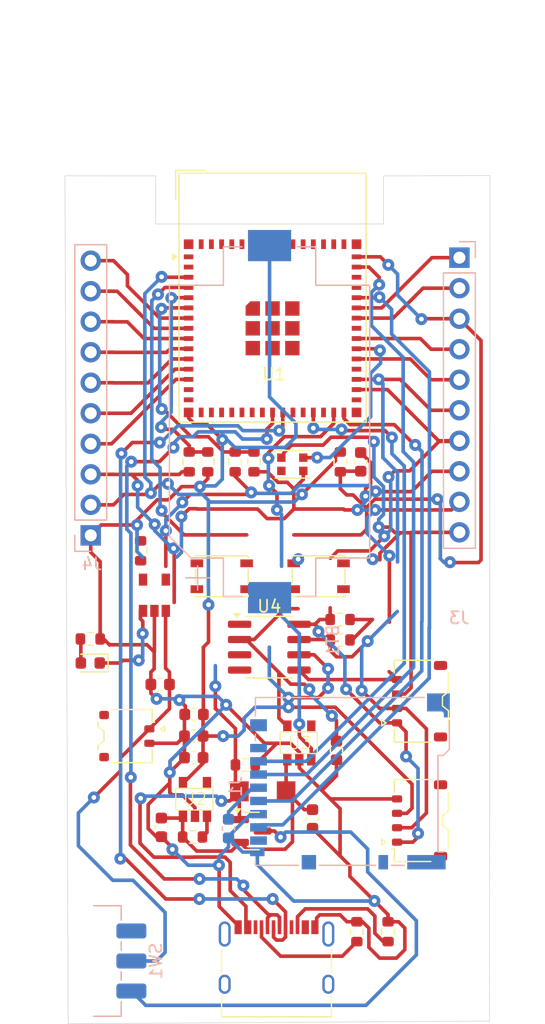
<source format=kicad_pcb>
(kicad_pcb (version 20240108) (generator "pcbnew") (generator_version "8.0")
  (layers (0 "F.Cu" signal) (31 "B.Cu" signal) (34 "B.Paste" user) (35 "F.Paste" user) (36 "B.SilkS" user "B.Silkscreen") (37 "F.SilkS" user "F.Silkscreen") (38 "B.Mask" user) (39 "F.Mask" user) (44 "Edge.Cuts" user))
  (net 0 "")
  (net 1 "Net-(BT1-+)")
  (net 2 "GND")
  (net 3 "VIN")
  (net 4 "+3.3V")
  (net 5 "3.3V2")
  (net 6 "Net-(J1-VDD)")
  (net 7 "RESET")
  (net 8 "VBAT")
  (net 10 "NEOPIXEL")
  (net 11 "VBUS")
  (net 12 "Net-(D3-A)")
  (net 13 "Net-(D3-K)")
  (net 15 "CLK")
  (net 16 "MOSI")
  (net 17 "CS")
  (net 18 "MISO")
  (net 20 "D+")
  (net 21 "Net-(J2-CC1)")
  (net 22 "D-")
  (net 23 "Net-(J2-CC2)")
  (net 26 "SCL")
  (net 27 "SDA")
  (net 28 "IO41")
  (net 29 "IO39")
  (net 30 "TX")
  (net 31 "RX")
  (net 32 "IO5")
  (net 33 "IO4")
  (net 34 "IO9")
  (net 35 "IO3")
  (net 36 "IO7")
  (net 37 "IO8")
  (net 38 "IO6")
  (net 39 "VBAT_SW_OUT")
  (net 40 "Net-(U2-EN)")
  (net 41 "IO2")
  (net 42 "IO1")
  (net 43 "Net-(U5-PROG)")
  (net 44 "IO42")
  (net 45 "IO11")
  (net 46 "IO15")
  (net 47 "IO12")
  (net 48 "IO33")
  (net 49 "IO10")
  (net 50 "IO13")
  (net 52 "VDD_SPI")
  (net 53 "IO17")
  (net 54 "IO38")
  (net 55 "BOOT")
  (net 57 "IO18")
  (net 58 "IO35")
  (net 59 "IO16")
  (net 60 "IO14")
  (footprint "Resistor_SMD:R_0603_1608Metric" (layer "F.Cu") (at 147.05 93.1 -90)
    (property "Reference" "R10" (hide yes))
    (property "Value" "3.3K" (hide yes))
  )
  (footprint "Resistor_SMD:R_0603_1608Metric" (layer "F.Cu") (at 159.48 132.2 90)
    (property "Reference" "R4" (hide yes))
    (property "Value" "5.1K" (hide yes))
  )
  (footprint "Resistor_SMD:R_0603_1608Metric" (layer "F.Cu") (at 150.18 118.32)
    (property "Reference" "R2" (hide yes))
    (property "Value" "100K" (hide yes))
  )
  (footprint "Capacitor_SMD:C_0603_1608Metric" (layer "F.Cu") (at 159.8 93.1 90)
    (property "Reference" "C9" (hide yes))
    (property "Value" "1uF" (hide yes))
  )
  (footprint "Package_SO:SOIC-8_3.9x4.9mm_P1.27mm" (layer "F.Cu") (at 152.18 108.52)
    (property "Reference" "U4")
    (property "Value" "DS3231MZ" (hide yes))
  )
  (footprint "Resistor_SMD:R_0603_1608Metric" (layer "F.Cu") (at 145.5 93.1 90)
    (property "Reference" "R9" (hide yes))
    (property "Value" "3.3K" (hide yes))
  )
  (footprint "Capacitor_SMD:C_0603_1608Metric" (layer "F.Cu") (at 155.78 122.82 -90)
    (property "Reference" "C7" (hide yes))
    (property "Value" "10uF" (hide yes))
  )
  (footprint "Connector_JST:JST_ACH_BM04B-ACHSS-A-GAN-ETF_1x04-1MP_P1.20mm_Vertical" (layer "F.Cu") (at 164.705 122.95 90)
    (property "Reference" "J5" (hide yes))
    (property "Value" "Conn_01x05_Socket" (hide yes))
  )
  (footprint "Capacitor_SMD:C_0603_1608Metric" (layer "F.Cu") (at 157.78 117.12 -90)
    (property "Reference" "C6" (hide yes))
    (property "Value" "10uF" (hide yes))
  )
  (footprint "Resistor_SMD:R_0603_1608Metric" (layer "F.Cu") (at 137.2525 107.84 180)
    (property "Reference" "R13" (hide yes))
    (property "Value" "100K" (hide yes))
  )
  (footprint "MountingHole:MountingHole_2.2mm_M2_DIN965" (layer "F.Cu") (at 167.79 136.87)
    (property "Reference" "REF**" (hide yes))
    (property "Value" "MountingHole_2.2mm_M2_DIN965" (hide yes))
  )
  (footprint "Resistor_SMD:R_0603_1608Metric" (layer "F.Cu") (at 158.08 107.92 180)
    (property "Reference" "R6" (hide yes))
    (property "Value" "3.3K" (hide yes))
  )
  (footprint "Resistor_SMD:R_0603_1608Metric" (layer "F.Cu") (at 149.33 93.1 90)
    (property "Reference" "R7" (hide yes))
    (property "Value" "3.3K" (hide yes))
  )
  (footprint "Capacitor_SMD:C_0603_1608Metric" (layer "F.Cu") (at 145.88 115.92 180)
    (property "Reference" "C4" (hide yes))
    (property "Value" "10uF" (hide yes))
  )
  (footprint "LED_SMD:LED_WS2812B-2020_PLCC4_2.0x2.0mm" (layer "F.Cu") (at 154.1 93.3)
    (property "Reference" "D1" (hide yes))
    (property "Value" "WS2812B" (hide yes))
  )
  (footprint "MountingHole:MountingHole_2.2mm_M2_DIN965" (layer "F.Cu") (at 164.8 71.8)
    (property "Reference" "REF**" (hide yes))
    (property "Value" "MountingHole_2.2mm_M2_DIN965" (hide yes))
  )
  (footprint "MountingHole:MountingHole_2.2mm_M2_DIN965" (layer "F.Cu") (at 139.6 71.9)
    (property "Reference" "REF**" (hide yes))
    (property "Value" "MountingHole_2.2mm_M2_DIN965" (hide yes))
  )
  (footprint "Resistor_SMD:R_0603_1608Metric" (layer "F.Cu") (at 141.45 100.5 -90)
    (property "Reference" "R12" (hide yes))
    (property "Value" "100K" (hide yes))
  )
  (footprint "Resistor_SMD:R_0603_1608Metric" (layer "F.Cu") (at 158.08 106.22 180)
    (property "Reference" "R5" (hide yes))
    (property "Value" "3.3K" (hide yes))
  )
  (footprint "Resistor_SMD:R_0603_1608Metric" (layer "F.Cu") (at 145.78 124.32)
    (property "Reference" "R1" (hide yes))
    (property "Value" "100K" (hide yes))
  )
  (footprint "Resistor_SMD:R_0603_1608Metric" (layer "F.Cu") (at 158.1 93.1 -90)
    (property "Reference" "R11" (hide yes))
    (property "Value" "5.1K" (hide yes))
  )
  (footprint "Bee-Data-Logger-footprints:SOT-23-5" (layer "F.Cu") (at 142.55 98.8)
    (property "Reference" "U5" (hide yes))
    (property "Value" "MCP73831/2" (hide yes))
  )
  (footprint "Capacitor_SMD:C_0603_1608Metric" (layer "F.Cu") (at 145.88 117.72 180)
    (property "Reference" "C3" (hide yes))
    (property "Value" "10uF" (hide yes))
  )
  (footprint "Capacitor_SMD:C_0603_1608Metric" (layer "F.Cu") (at 143.08 111.62 180)
    (property "Reference" "C10" (hide yes))
    (property "Value" "10uF" (hide yes))
  )
  (footprint "Bee-Data-Logger-footprints:TSOT-23-5" (layer "F.Cu") (at 154.68 116.62)
    (property "Reference" "U3")
    (property "Value" "RT9080-33GJ5" (hide yes))
  )
  (footprint "Button_Switch_SMD:SW_SPST_PTS810" (layer "F.Cu") (at 156.29 102.62)
    (property "Reference" "SW3" (hide yes))
    (property "Value" "SW_MEC_5E" (hide yes))
  )
  (footprint "Capacitor_SMD:C_0603_1608Metric" (layer "F.Cu") (at 143.18 123.52 -90)
    (property "Reference" "C1" (hide yes))
    (property "Value" "10uF" (hide yes))
  )
  (footprint "Resistor_SMD:R_0603_1608Metric" (layer "F.Cu") (at 162.08 132.2 -90)
    (property "Reference" "R3" (hide yes))
    (property "Value" "5.1K" (hide yes))
  )
  (footprint "Capacitor_SMD:C_0603_1608Metric" (layer "F.Cu") (at 145.905 114.12 180)
    (property "Reference" "C5" (hide yes))
    (property "Value" "10uF" (hide yes))
  )
  (footprint "Connector_JST:JST_ACH_BM02B-ACHSS-GAN-ETF_1x02-1MP_P1.20mm_Vertical" (layer "F.Cu") (at 140.305 115.92 -90)
    (property "Reference" "J7" (hide yes))
    (property "Value" "Conn_01x02" (hide yes))
  )
  (footprint "Bee-Data-Logger-footprints:DO-214AC" (layer "F.Cu") (at 151.73 125.47 180)
    (property "Reference" "D2" (hide yes))
    (property "Value" "D_Schottky" (hide yes))
  )
  (footprint "Resistor_SMD:R_0603_1608Metric" (layer "F.Cu") (at 150.9 93.1 -90)
    (property "Reference" "R8" (hide yes))
    (property "Value" "3.3K" (hide yes))
  )
  (footprint "Connector_JST:JST_ACH_BM04B-ACHSS-A-GAN-ETF_1x04-1MP_P1.20mm_Vertical" (layer "F.Cu") (at 164.705 113.02 90)
    (property "Reference" "J6" (hide yes))
    (property "Value" "Conn_01x05_Socket" (hide yes))
  )
  (footprint "LED_SMD:LED_0603_1608Metric" (layer "F.Cu") (at 137.2525 109.84 180)
    (property "Reference" "D3" (hide yes))
    (property "Value" "LED" (hide yes))
  )
  (footprint "Connector_USB:USB_C_Receptacle_XKB_U262-16XN-4BVC11" (layer "F.Cu") (at 152.78 135.5)
    (property "Reference" "J2" (hide yes))
    (property "Value" "USB_C_Receptacle_USB2.0_16P" (hide yes))
  )
  (footprint "Package_TO_SOT_SMD:SOT-23" (layer "F.Cu") (at 150.68 123.82)
    (property "Reference" "Q1" (hide yes))
    (property "Value" "DMP2045UQ" (hide yes))
  )
  (footprint "Button_Switch_SMD:SW_SPST_PTS810" (layer "F.Cu") (at 148.215 102.62)
    (property "Reference" "SW2" (hide yes))
    (property "Value" "SW_MEC_5E" (hide yes))
  )
  (footprint "RF_Module:ESP32-S2-MINI-1" (layer "F.Cu") (at 152.45 79.435)
    (property "Reference" "U1")
    (property "Value" "ESP32-S3-MINI-1")
  )
  (footprint "Bee-Data-Logger-footprints:TSOT-23-5" (layer "F.Cu") (at 145.98 121.32)
    (property "Reference" "U2")
    (property "Value" "RT9080-33GJ5" (hide yes))
  )
  (footprint "Connector_PinHeader_2.54mm:PinHeader_1x10_P2.54mm_Vertical" (layer "B.Cu") (at 168.03 76.105 180)
    (property "Reference" "J3")
    (property "Value" "Conn_01x10_Socket" (hide yes))
  )
  (footprint "Capacitor_SMD:C_0603_1608Metric" (layer "B.Cu") (at 148.78 123.62 90)
    (property "Reference" "C8" (hide yes))
    (property "Value" "1uF" (hide yes))
  )
  (footprint "Button_Switch_SMD:SW_SPDT_CK_JS102011SAQN" (layer "B.Cu") (at 137.93 134.64 90)
    (property "Reference" "SW1")
    (property "Value" "SW_DPDT_x2" (hide yes))
  )
  (footprint "Connector_Card:microSD_HC_Hirose_DM3BT-DSF-PEJS" (layer "B.Cu") (at 158.905 119.695 -90)
    (property "Reference" "J1")
    (property "Value" "Micro_SD_Card" (hide yes))
  )
  (footprint "Battery:BatteryHolder_Keystone_1060_1x2032" (layer "B.Cu") (at 152.2 89.75 90)
    (property "Reference" "BT1")
    (property "Value" "Battery_Cell")
  )
  (footprint "Connector_PinHeader_2.54mm:PinHeader_1x10_P2.54mm_Vertical" (layer "B.Cu") (at 137.29 99.215)
    (property "Reference" "J4")
    (property "Value" "Conn_01x10_Socket" (hide yes))
  )
  (gr_poly (pts (xy 142.7 69.3) (xy 135.14 69.29) (xy 135.41 139.86) (xy 170.54 139.64) (xy 170.58 69.27) (xy 161.7 69.3) (xy 161.7 73.3) (xy 142.7 73.3)) (stroke (width 0.05)) (fill none) (layer "Edge.Cuts"))
  (segment (start 155.915 109.155) (end 154.655 109.155) (width 0.3) (layer "F.Cu") (net 1))
  (segment (start 153.78 112.719997) (end 156.280003 112.719997) (width 0.3) (layer "F.Cu") (net 1))
  (segment (start 156.280003 112.719997) (end 157.08 111.92) (width 0.3) (layer "F.Cu") (net 1))
  (segment (start 157.08 110.32) (end 155.915 109.155) (width 0.3) (layer "F.Cu") (net 1))
  (via (at 157.08 110.32) (size 1) (drill 0.4) (layers "F.Cu" "B.Cu") (net 1))
  (via (at 157.08 111.92) (size 1) (drill 0.4) (layers "F.Cu" "B.Cu") (net 1))
  (via (at 153.78 112.719997) (size 1) (drill 0.4) (layers "F.Cu" "B.Cu") (net 1))
  (segment (start 157.08 111.92) (end 157.08 110.32) (width 0.3) (layer "B.Cu") (net 1))
  (segment (start 152.18 111.119997) (end 153.78 112.719997) (width 0.3) (layer "B.Cu") (net 1))
  (segment (start 152.18 108.52) (end 152.18 111.119997) (width 0.3) (layer "B.Cu") (net 1))
  (segment (start 162.08 130.78) (end 160.94 129.64) (width 0.3) (layer "F.Cu") (net 2))
  (segment (start 143.88 119.82) (end 143.88 120.62) (width 0.3) (layer "F.Cu") (net 2))
  (segment (start 138.165 98.35) (end 141.15 98.35) (width 0.3) (layer "F.Cu") (net 2))
  (segment (start 162.08 131.375) (end 162.955 131.375) (width 0.3) (layer "F.Cu") (net 2))
  (segment (start 158.08 125.92) (end 158.08 121.97) (width 0.3) (layer "F.Cu") (net 2))
  (segment (start 157.78 119.22) (end 156.555 120.445) (width 0.3) (layer "F.Cu") (net 2))
  (segment (start 156.555 120.445) (end 154.68 118.57) (width 0.3) (layer "F.Cu") (net 2))
  (segment (start 145.105 114.145) (end 145.13 114.12) (width 0.3) (layer "F.Cu") (net 2))
  (segment (start 160.48 133.5) (end 161.38 134.4) (width 0.3) (layer "F.Cu") (net 2))
  (segment (start 142.58 108.92) (end 141.98 108.32) (width 0.3) (layer "F.Cu") (net 2))
  (segment (start 163.48 131.9) (end 162.955 131.375) (width 0.3) (layer "F.Cu") (net 2))
  (segment (start 158.9 126.715) (end 158.08 125.895) (width 0.3) (layer "F.Cu") (net 2))
  (segment (start 146 90) (end 145.45 89.45) (width 0.3) (layer "F.Cu") (net 2))
  (segment (start 158.08 121.97) (end 157.255 121.145) (width 0.3) (layer "F.Cu") (net 2))
  (segment (start 162.19 100.91) (end 162.19 106.44) (width 0.3) (layer "F.Cu") (net 2))
  (segment (start 150.3 97.025) (end 151.2 97.025) (width 0.3) (layer "F.Cu") (net 2))
  (segment (start 160.206814 95.343186) (end 160.206814 95.951871) (width 0.3) (layer "F.Cu") (net 2))
  (segment (start 143.88 118.945) (end 143.88 119.82) (width 0.3) (layer "F.Cu") (net 2))
  (segment (start 154.68 118.57) (end 154.68 117.87) (width 0.3) (layer "F.Cu") (net 2))
  (segment (start 147.05 94.5) (end 147.05 93.925) (width 0.3) (layer "F.Cu") (net 2))
  (segment (start 138.0775 101.4075) (end 137.29 100.62) (width 0.3) (layer "F.Cu") (net 2))
  (segment (start 156.38 130.8) (end 156.13 131.05) (width 0.3) (layer "F.Cu") (net 2))
  (segment (start 147.3 94.125) (end 147.1 93.925) (width 0.3) (layer "F.Cu") (net 2))
  (segment (start 162.78 134.4) (end 163.48 133.7) (width 0.3) (layer "F.Cu") (net 2))
  (segment (start 150.9 93.925) (end 152.022953 93.925) (width 0.3) (layer "F.Cu") (net 2))
  (segment (start 147.010902 90) (end 146 90) (width 0.3) (layer "F.Cu") (net 2))
  (segment (start 141.98 108.32) (end 138.89 108.32) (width 0.3) (layer "F.Cu") (net 2))
  (segment (start 151.78 116.52) (end 152.805 116.52) (width 0.3) (layer "F.Cu") (net 2))
  (segment (start 142.305 111.62) (end 142.305 112.345) (width 0.3) (layer "F.Cu") (net 2))
  (segment (start 138.37 107.84) (end 138.0775 107.84) (width 0.3) (layer "F.Cu") (net 2))
  (segment (start 144.08 120.82) (end 144.93 120.82) (width 0.3) (layer "F.Cu") (net 2))
  (segment (start 146.39 95.16) (end 147.05 94.5) (width 0.3) (layer "F.Cu") (net 2))
  (segment (start 159.955 131.375) (end 160.48 131.9) (width 0.3) (layer "F.Cu") (net 2))
  (segment (start 144.851536 97.648464) (end 145.5 97) (width 0.3) (layer "F.Cu") (net 2))
  (segment (start 145.18 114.07) (end 145.13 114.12) (width 0.3) (layer "F.Cu") (net 2))
  (segment (start 160.48 131.9) (end 160.48 133.5) (width 0.3) (layer "F.Cu") (net 2))
  (segment (start 157.78 117.895) (end 157.78 119.22) (width 0.3) (layer "F.Cu") (net 2))
  (segment (start 144.68 112.92) (end 145.18 113.42) (width 0.3) (layer "F.Cu") (net 2))
  (segment (start 158.08 125.895) (end 155.78 123.595) (width 0.3) (layer "F.Cu") (net 2))
  (segment (start 152.899232 94.801279) (end 153.676279 94.801279) (width 0.3) (layer "F.Cu") (net 2))
  (segment (start 153.43 97.82) (end 154.225 97.025) (width 0.3) (layer "F.Cu") (net 2))
  (segment (start 157.26 121.15) (end 157.255 121.145) (width 0.3) (layer "F.Cu") (net 2))
  (segment (start 148.58 113.32) (end 151.78 116.52) (width 0.3) (layer "F.Cu") (net 2))
  (segment (start 155.015 93.85) (end 155.015 94.56) (width 0.3) (layer "F.Cu") (net 2))
  (segment (start 159.48 131.375) (end 158.655 131.375) (width 0.3) (layer "F.Cu") (net 2))
  (segment (start 167.355 97.1) (end 168.03 96.425) (width 0.3) (layer "F.Cu") (net 2))
  (segment (start 142.08 121.62) (end 143.88 119.82) (width 0.3) (layer "F.Cu") (net 2))
  (segment (start 158.08 125.92) (end 158.08 125.895) (width 0.3) (layer "F.Cu") (net 2))
  (segment (start 160.625 94.925) (end 160.206814 95.343186) (width 0.3) (layer "F.Cu") (net 2))
  (segment (start 142.6 105.5) (end 142.6 108.9) (width 0.3) (layer "F.Cu") (net 2))
  (segment (start 145.5 97) (end 146.125 97) (width 0.3) (layer "F.Cu") (net 2))
  (segment (start 160.94 129.64) (end 158.9 127.6) (width 0.3) (layer "F.Cu") (net 2))
  (segment (start 144.1 125.35) (end 144.1 125.215) (width 0.3) (layer "F.Cu") (net 2))
  (segment (start 145.18 113.42) (end 145.18 114.07) (width 0.3) (layer "F.Cu") (net 2))
  (segment (start 142.6 108.9) (end 142.58 108.92) (width 0.3) (layer "F.Cu") (net 2))
  (segment (start 149.73 131.83) (end 148 130.1) (width 0.3) (layer "F.Cu") (net 2))
  (segment (start 142.305 110.595) (end 142.58 110.32) (width 0.3) (layer "F.Cu") (net 2))
  (segment (start 154.225 95.35) (end 154.225 95.475) (width 0.3) (layer "F.Cu") (net 2))
  (segment (start 152.022953 93.925) (end 152.899232 94.801279) (width 0.3) (layer "F.Cu") (net 2))
  (segment (start 146.39 95.16) (end 144.87 95.16) (width 0.3) (layer "F.Cu") (net 2))
  (segment (start 143.88 120.62) (end 144.08 120.82) (width 0.3) (layer "F.Cu") (net 2))
  (segment (start 138.0775 107.84) (end 138.0775 107.255) (width 0.3) (layer "F.Cu") (net 2))
  (segment (start 161.38 134.4) (end 162.78 134.4) (width 0.3) (layer "F.Cu") (net 2))
  (segment (start 141.45 99.675) (end 141.15 99.375) (width 0.3) (layer "F.Cu") (net 2))
  (segment (start 137.29 99.225) (end 138.165 98.35) (width 0.3) (layer "F.Cu") (net 2))
  (segment (start 151.2 97.025) (end 151.995 97.82) (width 0.3) (layer "F.Cu") (net 2))
  (segment (start 159.8 92.325) (end 160.625 93.15) (width 0.3) (layer "F.Cu") (net 2))
  (segment (start 144.1 125.215) (end 143.18 124.295) (width 0.3) (layer "F.Cu") (net 2))
  (segment (start 163.48 133.7) (end 163.48 131.9) (width 0.3) (layer "F.Cu") (net 2))
  (segment (start 147.1 93.925) (end 147.05 93.925) (width 0.3) (layer "F.Cu") (net 2))
  (segment (start 159.48 131.375) (end 159.955 131.375) (width 0.3) (layer "F.Cu") (net 2))
  (segment (start 145.98 121.87) (end 145.98 122.57) (width 0.3) (layer "F.Cu") (net 2))
  (segment (start 158.375 97.025) (end 154.225 97.025) (width 0.3) (layer "F.Cu") (net 2))
  (segment (start 143.18 124.295) (end 142.755 124.295) (width 0.3) (layer "F.Cu") (net 2))
  (segment (start 144.851536 97.651536) (end 144.851536 97.648464) (width 0.3) (layer "F.Cu") (net 2))
  (segment (start 160.625 93.15) (end 160.625 94.925) (width 0.3) (layer "F.Cu") (net 2))
  (segment (start 148.260901 91.249999) (end 147.010902 90) (width 0.3) (layer "F.Cu") (net 2))
  (segment (start 142.58 110.32) (end 142.58 109.62) (width 0.3) (layer "F.Cu") (net 2))
  (segment (start 142.305 111.62) (end 142.305 110.595) (width 0.3) (layer "F.Cu") (net 2))
  (segment (start 154.225 95.475) (end 154.225 97.025) (width 0.3) (layer "F.Cu") (net 2))
  (segment (start 137.29 100.62) (end 137.29 99.225) (width 0.3) (layer "F.Cu") (net 2))
  (segment (start 142.08 123.62) (end 142.08 121.62) (width 0.3) (layer "F.Cu") (net 2))
  (segment (start 142.83 96.26) (end 141.15 97.94) (width 0.3) (layer "F.Cu") (net 2))
  (segment (start 142.18 116.52) (end 144.505 116.52) (width 0.3) (layer "F.Cu") (net 2))
  (segment (start 154.68 117.26) (end 153.94 116.52) (width 0.3) (layer "F.Cu") (net 2))
  (segment (start 152.805 116.52) (end 151.005 118.32) (width 0.3) (layer "F.Cu") (net 2))
  (segment (start 142.755 124.295) (end 142.08 123.62) (width 0.3) (layer "F.Cu") (net 2))
  (segment (start 156.13 131.05) (end 156.13 131.83) (width 0.3) (layer "F.Cu") (net 2))
  (segment (start 162.83 111.22) (end 155.45 111.22) (width 0.3) (layer "F.Cu") (net 2))
  (segment (start 142.58 109.62) (end 142.58 108.92) (width 0.3) (layer "F.Cu") (net 2))
  (segment (start 138.89 108.32) (end 138.87 108.34) (width 0.3) (layer "F.Cu") (net 2))
  (segment (start 148 130.1) (end 148 126.69) (width 0.3) (layer "F.Cu") (net 2))
  (segment (start 148 126.69) (end 147.98 126.67) (width 0.3) (layer "F.Cu") (net 2))
  (segment (start 141.15 99.375) (end 141.15 98.35) (width 0.3) (layer "F.Cu") (net 2))
  (segment (start 141.15 97.94) (end 141.15 98.35) (width 0.3) (layer "F.Cu") (net 2))
  (segment (start 138.87 108.34) (end 138.37 107.84) (width 0.3) (layer "F.Cu") (net 2))
  (segment (start 143.77 96.26) (end 142.83 96.26) (width 0.3) (layer "F.Cu") (net 2))
  (segment (start 155.45 111.22) (end 154.655 110.425) (width 0.3) (layer "F.Cu") (net 2))
  (segment (start 144.505 116.52) (end 145.105 115.92) (width 0.3) (layer "F.Cu") (net 2))
  (segment (start 144.87 95.16) (end 143.77 96.26) (width 0.3) (layer "F.Cu") (net 2))
  (segment (start 151.995 97.82) (end 153.43 97.82) (width 0.3) (layer "F.Cu") (net 2))
  (segment (start 146.15 97.025) (end 150.3 97.025) (width 0.3) (layer "F.Cu") (net 2))
  (segment (start 145.105 117.72) (end 143.88 118.945) (width 0.3) (layer "F.Cu") (net 2))
  (segment (start 153.676279 94.801279) (end 154.225 95.35) (width 0.3) (layer "F.Cu") (net 2))
  (segment (start 142.305 112.345) (end 142.78 112.82) (width 0.3) (layer "F.Cu") (net 2))
  (segment (start 145.105 115.92) (end 145.105 114.145) (width 0.3) (layer "F.Cu") (net 2))
  (segment (start 154.68 117.87) (end 154.68 117.26) (width 0.3) (layer "F.Cu") (net 2))
  (segment (start 158.45 97.1) (end 158.375 97.025) (width 0.3) (layer "F.Cu") (net 2))
  (segment (start 162.17 110.56) (end 162.83 111.22) (width 0.3) (layer "F.Cu") (net 2))
  (segment (start 144.93 120.82) (end 145.98 121.87) (width 0.3) (layer "F.Cu") (net 2))
  (segment (start 147.98 126.67) (end 147.83 126.82) (width 0.3) (layer "F.Cu") (net 2))
  (segment (start 155.015 94.56) (end 154.225 95.35) (width 0.3) (layer "F.Cu") (net 2))
  (segment (start 138.0775 107.84) (end 138.0775 101.4075) (width 0.3) (layer "F.Cu") (net 2))
  (segment (start 158.655 131.375) (end 158.08 130.8) (width 0.3) (layer "F.Cu") (net 2))
  (segment (start 158.08 130.8) (end 156.38 130.8) (width 0.3) (layer "F.Cu") (net 2))
  (segment (start 145.105 117.72) (end 145.105 115.92) (width 0.3) (layer "F.Cu") (net 2))
  (segment (start 153.94 116.52) (end 152.805 116.52) (width 0.3) (layer "F.Cu") (net 2))
  (segment (start 157.255 121.145) (end 156.555 120.445) (width 0.3) (layer "F.Cu") (net 2))
  (segment (start 158.9 127.6) (end 158.9 126.715) (width 0.3) (layer "F.Cu") (net 2))
  (segment (start 162.08 131.375) (end 162.08 130.78) (width 0.3) (layer "F.Cu") (net 2))
  (segment (start 145.45 89.45) (end 145.45 88.985) (width 0.3) (layer "F.Cu") (net 2))
  (segment (start 162.83 121.15) (end 157.26 121.15) (width 0.3) (layer "F.Cu") (net 2))
  (segment (start 146.125 97) (end 146.15 97.025) (width 0.3) (layer "F.Cu") (net 2))
  (segment (start 161 97.1) (end 167.355 97.1) (width 0.3) (layer "F.Cu") (net 2))
  (segment (start 159.52 97.1) (end 158.45 97.1) (width 0.3) (layer "F.Cu") (net 2))
  (segment (start 159.5 92.325) (end 159.5 92.1) (width 0.3) (layer "F.Cu") (net 2))
  (via (at 147.98 126.67) (size 1) (drill 0.4) (layers "F.Cu" "B.Cu") (net 2))
  (via (at 146.39 95.16) (size 1) (drill 0.4) (layers "F.Cu" "B.Cu") (net 2))
  (via (at 159.52 97.1) (size 1) (drill 0.4) (layers "F.Cu" "B.Cu") (net 2))
  (via (at 148.260901 91.249999) (size 1) (drill 0.4) (layers "F.Cu" "B.Cu") (net 2))
  (via (at 160.206814 95.951871) (size 1) (drill 0.4) (layers "F.Cu" "B.Cu") (net 2))
  (via (at 161 97.1) (size 1) (drill 0.4) (layers "F.Cu" "B.Cu") (net 2))
  (via (at 148.58 113.32) (size 1) (drill 0.4) (layers "F.Cu" "B.Cu") (net 2))
  (via (at 144.68 112.92) (size 1) (drill 0.4) (layers "F.Cu" "B.Cu") (net 2))
  (via (at 162.19 100.91) (size 1) (drill 0.4) (layers "F.Cu" "B.Cu") (net 2))
  (via (at 144.851536 97.651536) (size 1) (drill 0.4) (layers "F.Cu" "B.Cu") (net 2))
  (via (at 143.88 118.945) (size 1) (drill 0.4) (layers "F.Cu" "B.Cu") (net 2))
  (via (at 160.94 129.64) (size 1) (drill 0.4) (layers "F.Cu" "B.Cu") (net 2))
  (via (at 142.78 112.82) (size 1) (drill 0.4) (layers "F.Cu" "B.Cu") (net 2))
  (via (at 144.1 125.35) (size 1) (drill 0.4) (layers "F.Cu" "B.Cu") (net 2))
  (via (at 141.15 98.35) (size 1) (drill 0.4) (layers "F.Cu" "B.Cu") (net 2))
  (via (at 154.59 101.2) (size 1) (drill 0.4) (layers "F.Cu" "B.Cu") (net 2))
  (segment (start 147.899452 126.589452) (end 147.98 126.67) (width 0.3) (layer "B.Cu") (net 2))
  (segment (start 147.98 126.67) (end 147.98 125.94) (width 0.3) (layer "B.Cu") (net 2))
  (segment (start 151.18 125.57) (end 151.18 126.62) (width 0.3) (layer "B.Cu") (net 2))
  (segment (start 149.3 91.9) (end 153.5 91.9) (width 0.3) (layer "B.Cu") (net 2))
  (segment (start 154.21 129.65) (end 160.93 129.65) (width 0.3) (layer "B.Cu") (net 2))
  (segment (start 147.7 95.1) (end 146.45 95.1) (width 0.3) (layer "B.Cu") (net 2))
  (segment (start 147.88 112.62) (end 144.98 112.62) (width 0.3) (layer "B.Cu") (net 2))
  (segment (start 148.58 113.32) (end 143.9 118) (width 0.3) (layer "B.Cu") (net 2))
  (segment (start 147.98 125.94) (end 148.78 125.14) (width 0.3) (layer "B.Cu") (net 2))
  (segment (start 148.260901 91.249999) (end 148.260901 94.539099) (width 0.3) (layer "B.Cu") (net 2))
  (segment (start 146.45 95.1) (end 146.39 95.16) (width 0.3) (layer "B.Cu") (net 2))
  (segment (start 144.1 125.35) (end 145.42 126.67) (width 0.3) (layer "B.Cu") (net 2))
  (segment (start 142.78 112.82) (end 144.58 112.82) (width 0.3) (layer "B.Cu") (net 2))
  (segment (start 148.260901 91.249999) (end 148.649999 91.249999) (width 0.3) (layer "B.Cu") (net 2))
  (segment (start 143.9 118.925) (end 143.88 118.945) (width 0.3) (layer "B.Cu") (net 2))
  (segment (start 162.19 100.91) (end 160.32 99.04) (width 0.3) (layer "B.Cu") (net 2))
  (segment (start 148.260901 94.539099) (end 147.7 95.1) (width 0.3) (layer "B.Cu") (net 2))
  (segment (start 160.32 99.04) (end 160.32 97.78) (width 0.3) (layer "B.Cu") (net 2))
  (segment (start 143.9 118) (end 143.9 118.925) (width 0.3) (layer "B.Cu") (net 2))
  (segment (start 148.78 124.27) (end 148.78 124.395) (width 0.3) (layer "B.Cu") (net 2))
  (segment (start 148.78 125.14) (end 148.78 124.395) (width 0.3) (layer "B.Cu") (net 2))
  (segment (start 141.15 100.56) (end 141.62 101.03) (width 0.3) (layer "B.Cu") (net 2))
  (segment (start 148.649999 91.249999) (end 149.3 91.9) (width 0.3) (layer "B.Cu") (net 2))
  (segment (start 144.98 112.62) (end 144.68 112.92) (width 0.3) (layer "B.Cu") (net 2))
  (segment (start 144.851536 100.638464) (end 144.851536 97.651536) (width 0.3) (layer "B.Cu") (net 2))
  (segment (start 160.93 129.65) (end 160.94 129.64) (width 0.3) (layer "B.Cu") (net 2))
  (segment (start 151.18 126.62) (end 154.21 129.65) (width 0.3) (layer "B.Cu") (net 2))
  (segment (start 149.955 125.57) (end 151.18 125.57) (width 0.3) (layer "B.Cu") (net 2))
  (segment (start 151.28 122.42) (end 150.63 122.42) (width 0.3) (layer "B.Cu") (net 2))
  (segment (start 148.78 124.395) (end 149.955 125.57) (width 0.3) (layer "B.Cu") (net 2))
  (segment (start 144.46 101.03) (end 144.851536 100.638464) (width 0.3) (layer "B.Cu") (net 2))
  (segment (start 154.4 91) (end 154.4 89.9) (width 0.3) (layer "B.Cu") (net 2))
  (segment (start 145.42 126.67) (end 147.98 126.67) (width 0.3) (layer "B.Cu") (net 2))
  (segment (start 160.206814 96.413186) (end 159.52 97.1) (width 0.3) (layer "B.Cu") (net 2))
  (segment (start 141.15 98.35) (end 141.15 100.56) (width 0.3) (layer "B.Cu") (net 2))
  (segment (start 160.206814 95.951871) (end 160.206814 96.413186) (width 0.3) (layer "B.Cu") (net 2))
  (segment (start 154.4 89.9) (end 152.2 87.7) (width 0.3) (layer "B.Cu") (net 2))
  (segment (start 148.58 113.32) (end 147.88 112.62) (width 0.3) (layer "B.Cu") (net 2))
  (segment (start 160.32 97.78) (end 161 97.1) (width 0.3) (layer "B.Cu") (net 2))
  (segment (start 144.58 112.82) (end 144.68 112.92) (width 0.3) (layer "B.Cu") (net 2))
  (segment (start 150.63 122.42) (end 148.78 124.27) (width 0.3) (layer "B.Cu") (net 2))
  (segment (start 152.2 87.7) (end 152.2 75.1) (width 0.3) (layer "B.Cu") (net 2))
  (segment (start 161 97.1) (end 159.52 97.1) (width 0.3) (layer "B.Cu") (net 2))
  (segment (start 153.5 91.9) (end 154.4 91) (width 0.3) (layer "B.Cu") (net 2))
  (segment (start 144.955 124.32) (end 144.955 122.595) (width 0.3) (layer "F.Cu") (net 3))
  (segment (start 153.49 125.34) (end 150.3125 125.34) (width 0.3) (layer "F.Cu") (net 3))
  (segment (start 155.78 122.045) (end 155.105 122.045) (width 0.3) (layer "F.Cu") (net 3))
  (segment (start 149.0225 125.49) (end 146.125 125.49) (width 0.3) (layer "F.Cu") (net 3))
  (segment (start 154.11 121.05) (end 154.11 124.72) (width 0.3) (layer "F.Cu") (net 3))
  (segment (start 144.955 122.595) (end 144.98 122.57) (width 0.3) (layer "F.Cu") (net 3))
  (segment (start 153.58 120.52) (end 153.58 117.97) (width 0.3) (layer "F.Cu") (net 3))
  (segment (start 144.805 122.745) (end 144.98 122.57) (width 0.3) (layer "F.Cu") (net 3))
  (segment (start 155.105 122.045) (end 153.58 120.52) (width 0.3) (layer "F.Cu") (net 3))
  (segment (start 153.58 120.52) (end 154.11 121.05) (width 0.3) (layer "F.Cu") (net 3))
  (segment (start 150.3125 125.34) (end 149.7425 124.77) (width 0.3) (layer "F.Cu") (net 3))
  (segment (start 154.11 124.72) (end 153.49 125.34) (width 0.3) (layer "F.Cu") (net 3))
  (segment (start 143.18 122.745) (end 144.805 122.745) (width 0.3) (layer "F.Cu") (net 3))
  (segment (start 146.125 125.49) (end 144.955 124.32) (width 0.3) (layer "F.Cu") (net 3))
  (segment (start 149.7425 124.77) (end 149.0225 125.49) (width 0.3) (layer "F.Cu") (net 3))
  (segment (start 153.58 117.97) (end 153.68 117.87) (width 0.3) (layer "F.Cu") (net 3))
  (segment (start 143.725735 94.925735) (end 143.074265 94.925735) (width 0.3) (layer "F.Cu") (net 4))
  (segment (start 143.3 77.7) (end 143.335 77.735) (width 0.3) (layer "F.Cu") (net 4))
  (segment (start 146.655 118.185) (end 146.655 117.72) (width 0.3) (layer "F.Cu") (net 4))
  (segment (start 146.655 114.145) (end 146.68 114.12) (width 0.3) (layer "F.Cu") (net 4))
  (segment (start 146.655 117.72) (end 146.655 115.92) (width 0.3) (layer "F.Cu") (net 4))
  (segment (start 155.67 113.52) (end 157.68 113.52) (width 0.3) (layer "F.Cu") (net 4))
  (segment (start 146.655 115.92) (end 146.655 114.145) (width 0.3) (layer "F.Cu") (net 4))
  (segment (start 157.68 113.52) (end 164.08 119.92) (width 0.3) (layer "F.Cu") (net 4))
  (segment (start 144.98 119.82) (end 145.02 119.82) (width 0.3) (layer "F.Cu") (net 4))
  (segment (start 157.7 93) (end 154.9 95.8) (width 0.3) (layer "F.Cu") (net 4))
  (segment (start 146.68 108.53) (end 147.11 108.1) (width 0.3) (layer "F.Cu") (net 4))
  (segment (start 163.65 122.35) (end 162.83 122.35) (width 0.3) (layer "F.Cu") (net 4))
  (segment (start 143.2 77.7) (end 143.3 77.7) (width 0.3) (layer "F.Cu") (net 4))
  (segment (start 164.08 121.92) (end 163.65 122.35) (width 0.3) (layer "F.Cu") (net 4))
  (segment (start 148.33 115.92) (end 146.655 115.92) (width 0.3) (layer "F.Cu") (net 4))
  (segment (start 142.19 95.81) (end 142.3 95.7) (width 0.3) (layer "F.Cu") (net 4))
  (segment (start 146.68 108.53) (end 146.68 114.12) (width 0.3) (layer "F.Cu") (net 4))
  (segment (start 143.335 77.735) (end 145.45 77.735) (width 0.3) (layer "F.Cu") (net 4))
  (segment (start 137.29 96.675) (end 139.19 96.675) (width 0.3) (layer "F.Cu") (net 4))
  (segment (start 143.074265 94.925735) (end 142.3 95.7) (width 0.3) (layer "F.Cu") (net 4))
  (segment (start 155.67 113.52) (end 153.78 113.52) (width 0.3) (layer "F.Cu") (net 4))
  (segment (start 139.19 96.675) (end 140.055 95.81) (width 0.3) (layer "F.Cu") (net 4))
  (segment (start 140.055 95.81) (end 142.19 95.81) (width 0.3) (layer "F.Cu") (net 4))
  (segment (start 147.11 108.1) (end 147.11 104.99) (width 0.3) (layer "F.Cu") (net 4))
  (segment (start 145.02 119.82) (end 146.655 118.185) (width 0.3) (layer "F.Cu") (net 4))
  (segment (start 157.7 92.275) (end 157.7 93) (width 0.3) (layer "F.Cu") (net 4))
  (segment (start 164.08 119.92) (end 164.08 121.92) (width 0.3) (layer "F.Cu") (net 4))
  (via (at 143.725735 94.925735) (size 1) (drill 0.4) (layers "F.Cu" "B.Cu") (net 4))
  (via (at 143.2 77.7) (size 1) (drill 0.4) (layers "F.Cu" "B.Cu") (net 4))
  (via (at 142.3 95.7) (size 1) (drill 0.4) (layers "F.Cu" "B.Cu") (net 4))
  (via (at 147.11 104.99) (size 1) (drill 0.4) (layers "F.Cu" "B.Cu") (net 4))
  (via (at 154.9 95.8) (size 1) (drill 0.4) (layers "F.Cu" "B.Cu") (net 4))
  (via (at 153.78 113.52) (size 1) (drill 0.4) (layers "F.Cu" "B.Cu") (net 4))
  (via (at 148.33 115.92) (size 1) (drill 0.4) (layers "F.Cu" "B.Cu") (net 4))
  (segment (start 144.61 95.81) (end 146.61 95.81) (width 0.3) (layer "B.Cu") (net 4))
  (segment (start 150.98 113.52) (end 153.78 113.52) (width 0.3) (layer "B.Cu") (net 4))
  (segment (start 141.8 79.1) (end 141.8 94.36) (width 0.3) (layer "B.Cu") (net 4))
  (segment (start 149.58 115.92) (end 150.08 115.42) (width 0.3) (layer "B.Cu") (net 4))
  (segment (start 143.2 77.7) (end 141.8 79.1) (width 0.3) (layer "B.Cu") (net 4))
  (segment (start 154.9 95.8) (end 154.26 96.44) (width 0.3) (layer "B.Cu") (net 4))
  (segment (start 147.11 104.99) (end 147.11 103.71) (width 0.3) (layer "B.Cu") (net 4))
  (segment (start 148.33 115.92) (end 149.58 115.92) (width 0.3) (layer "B.Cu") (net 4))
  (segment (start 147.11 103.71) (end 147.1 103.7) (width 0.3) (layer "B.Cu") (net 4))
  (segment (start 141.8 94.36) (end 142.3 94.86) (width 0.3) (layer "B.Cu") (net 4))
  (segment (start 154.26 96.44) (end 147.24 96.44) (width 0.3) (layer "B.Cu") (net 4))
  (segment (start 150.08 114.42) (end 150.98 113.52) (width 0.3) (layer "B.Cu") (net 4))
  (segment (start 150.08 115.42) (end 150.08 114.42) (width 0.3) (layer "B.Cu") (net 4))
  (segment (start 146.61 95.81) (end 147.1 96.3) (width 0.3) (layer "B.Cu") (net 4))
  (segment (start 142.3 94.86) (end 142.3 95.7) (width 0.3) (layer "B.Cu") (net 4))
  (segment (start 143.725735 94.925735) (end 144.61 95.81) (width 0.3) (layer "B.Cu") (net 4))
  (segment (start 147.1 96.3) (end 147.1 103.7) (width 0.3) (layer "B.Cu") (net 4))
  (segment (start 155.093291 111.6) (end 153.96 111.6) (width 0.3) (layer "F.Cu") (net 5))
  (segment (start 161.3 98.53) (end 162.19 98.53) (width 0.3) (layer "F.Cu") (net 5))
  (segment (start 157.78 114.62) (end 157.78 116.345) (width 0.3) (layer "F.Cu") (net 5))
  (segment (start 162.19 98.53) (end 162.66 99) (width 0.3) (layer "F.Cu") (net 5))
  (segment (start 152.98 114.42) (end 152.98 110.62) (width 0.3) (layer "F.Cu") (net 5))
  (segment (start 150.915 107.885) (end 149.705 107.885) (width 0.3) (layer "F.Cu") (net 5))
  (segment (start 157.32 91.05) (end 156.667661 91.702339) (width 0.3) (layer "F.Cu") (net 5))
  (segment (start 155.518665 112.025374) (end 155.093291 111.6) (width 0.3) (layer "F.Cu") (net 5))
  (segment (start 153.96 111.6) (end 152.98 110.62) (width 0.3) (layer "F.Cu") (net 5))
  (segment (start 160.9 91.4) (end 160.55 91.05) (width 0.3) (layer "F.Cu") (net 5))
  (segment (start 153.68 115.12) (end 152.98 114.42) (width 0.3) (layer "F.Cu") (net 5))
  (segment (start 164 99) (end 163.9 99) (width 0.3) (layer "F.Cu") (net 5))
  (segment (start 150.245 107.885) (end 149.705 107.885) (width 0.3) (layer "F.Cu") (net 5))
  (segment (start 153.48 105.32) (end 150.915 107.885) (width 0.3) (layer "F.Cu") (net 5))
  (segment (start 162.66 99) (end 163.1 99) (width 0.3) (layer "F.Cu") (net 5))
  (segment (start 163.48 112.42) (end 164 111.9) (width 0.3) (layer "F.Cu") (net 5))
  (segment (start 159.08 107.92) (end 160.78 106.22) (width 0.3) (layer "F.Cu") (net 5))
  (segment (start 164 111.9) (end 164 99) (width 0.3) (layer "F.Cu") (net 5))
  (segment (start 164.035 98.965) (end 164 99) (width 0.3) (layer "F.Cu") (net 5))
  (segment (start 161.4 101.25) (end 161.4 100.7) (width 0.3) (layer "F.Cu") (net 5))
  (segment (start 156.667661 91.702339) (end 154.032661 91.702339) (width 0.3) (layer "F.Cu") (net 5))
  (segment (start 160.9 91.415544) (end 160.9 91.4) (width 0.3) (layer "F.Cu") (net 5))
  (segment (start 154.57 105.32) (end 153.48 105.32) (width 0.3) (layer "F.Cu") (net 5))
  (segment (start 158.905 106.22) (end 160.78 106.22) (width 0.3) (layer "F.Cu") (net 5))
  (segment (start 154.032661 91.702339) (end 153.385 92.35) (width 0.3) (layer "F.Cu") (net 5))
  (segment (start 162.83 112.42) (end 163.48 112.42) (width 0.3) (layer "F.Cu") (net 5))
  (segment (start 152.98 110.62) (end 150.245 107.885) (width 0.3) (layer "F.Cu") (net 5))
  (segment (start 160.55 91.05) (end 157.32 91.05) (width 0.3) (layer "F.Cu") (net 5))
  (segment (start 163.1 99) (end 163.9 99) (width 0.3) (layer "F.Cu") (net 5))
  (segment (start 168.03 98.965) (end 164.035 98.965) (width 0.3) (layer "F.Cu") (net 5))
  (segment (start 161.4 100.7) (end 163.1 99) (width 0.3) (layer "F.Cu") (net 5))
  (segment (start 157.395 114.235) (end 157.78 114.62) (width 0.3) (layer "F.Cu") (net 5))
  (segment (start 158.905 107.92) (end 159.08 107.92) (width 0.3) (layer "F.Cu") (net 5))
  (via (at 160.9 91.415544) (size 1) (drill 0.4) (layers "F.Cu" "B.Cu") (net 5))
  (via (at 160.8 101.2) (size 1) (drill 0.4) (layers "F.Cu" "B.Cu") (net 5))
  (via (at 161.3 98.53) (size 1) (drill 0.4) (layers "F.Cu" "B.Cu") (net 5))
  (via (at 155.518665 112.025374) (size 1) (drill 0.4) (layers "F.Cu" "B.Cu") (net 5))
  (via (at 157.395 114.235) (size 1) (drill 0.4) (layers "F.Cu" "B.Cu") (net 5))
  (segment (start 160.9 94.356203) (end 161.7 95.156203) (width 0.3) (layer "B.Cu") (net 5))
  (segment (start 161.7 97.48) (end 161.3 97.88) (width 0.3) (layer "B.Cu") (net 5))
  (segment (start 161.7 95.156203) (end 161.7 97.48) (width 0.3) (layer "B.Cu") (net 5))
  (segment (start 160.9 91.415544) (end 160.9 94.356203) (width 0.3) (layer "B.Cu") (net 5))
  (segment (start 161.3 97.88) (end 161.3 98.53) (width 0.3) (layer "B.Cu") (net 5))
  (segment (start 157.395 114.235) (end 155.518665 112.358665) (width 0.3) (layer "B.Cu") (net 5))
  (segment (start 155.518665 112.358665) (end 155.518665 112.025374) (width 0.3) (layer "B.Cu") (net 5))
  (segment (start 150.78 120.22) (end 148.78 122.22) (width 0.3) (layer "B.Cu") (net 6))
  (segment (start 148.78 122.22) (end 148.78 122.845) (width 0.3) (layer "B.Cu") (net 6))
  (segment (start 151.28 120.22) (end 150.78 120.22) (width 0.3) (layer "B.Cu") (net 6))
  (segment (start 160.3 98.7) (end 160.3 96.960761) (width 0.3) (layer "F.Cu") (net 7))
  (segment (start 159.465 93.94) (end 159.45 93.925) (width 0.3) (layer "F.Cu") (net 7))
  (segment (start 169.831133 101.265007) (end 169.831133 83.001133) (width 0.3) (layer "F.Cu") (net 7))
  (segment (start 159.76 96.45) (end 159.16 95.85) (width 0.3) (layer "F.Cu") (net 7))
  (segment (start 159.16 95.85) (end 158.62 95.85) (width 0.3) (layer "F.Cu") (net 7))
  (segment (start 160.3 96.960761) (end 159.789239 96.45) (width 0.3) (layer "F.Cu") (net 7))
  (segment (start 158.375 99.175) (end 154.225 99.175) (width 0.3) (layer "F.Cu") (net 7))
  (segment (start 158.375 99.175) (end 159.825 99.175) (width 0.3) (layer "F.Cu") (net 7))
  (segment (start 160.3 96.880761) (end 160.975761 96.205) (width 0.3) (layer "F.Cu") (net 7))
  (segment (start 162.1 76.7) (end 161.435 76.035) (width 0.3) (layer "F.Cu") (net 7))
  (segment (start 164.895 81.185) (end 168.03 81.185) (width 0.3) (layer "F.Cu") (net 7))
  (segment (start 164.86 81.22) (end 164.895 81.185) (width 0.3) (layer "F.Cu") (net 7))
  (segment (start 169.831133 83.001133) (end 168.03 81.2) (width 0.3) (layer "F.Cu") (net 7))
  (segment (start 160.975761 96.205) (end 166.195 96.205) (width 0.3) (layer "F.Cu") (net 7))
  (segment (start 158.1 95.33) (end 158.1 93.925) (width 0.3) (layer "F.Cu") (net 7))
  (segment (start 168.03 81.2) (end 168.03 81.185) (width 0.3) (layer "F.Cu") (net 7))
  (segment (start 161.435 76.035) (end 159.45 76.035) (width 0.3) (layer "F.Cu") (net 7))
  (segment (start 158.15 93.875) (end 158.1 93.925) (width 0.3) (layer "F.Cu") (net 7))
  (segment (start 159.8 93.875) (end 158.15 93.875) (width 0.3) (layer "F.Cu") (net 7))
  (segment (start 159.825 99.175) (end 160.3 98.7) (width 0.3) (layer "F.Cu") (net 7))
  (segment (start 160.3 96.960761) (end 160.3 96.880761) (width 0.3) (layer "F.Cu") (net 7))
  (segment (start 167.21386 101.48) (end 169.62 101.48) (width 0.3) (layer "F.Cu") (net 7))
  (segment (start 159.789239 96.45) (end 159.76 96.45) (width 0.3) (layer "F.Cu") (net 7))
  (segment (start 169.62 101.48) (end 169.804993 101.295007) (width 0.3) (layer "F.Cu") (net 7))
  (segment (start 158.62 95.85) (end 158.1 95.33) (width 0.3) (layer "F.Cu") (net 7))
  (via (at 167.24 101.45) (size 1) (drill 0.4) (layers "F.Cu" "B.Cu") (net 7))
  (via (at 162.1 76.7) (size 1) (drill 0.4) (layers "F.Cu" "B.Cu") (net 7))
  (via (at 164.86 81.22) (size 1) (drill 0.4) (layers "F.Cu" "B.Cu") (net 7))
  (via (at 166.195 96.205) (size 1) (drill 0.4) (layers "F.Cu" "B.Cu") (net 7))
  (segment (start 166.44 96.45) (end 166.44 101.1) (width 0.3) (layer "B.Cu") (net 7))
  (segment (start 166.195 96.205) (end 166.44 96.45) (width 0.3) (layer "B.Cu") (net 7))
  (segment (start 162.88 77.48) (end 162.1 76.7) (width 0.3) (layer "B.Cu") (net 7))
  (segment (start 164.86 81.22) (end 162.88 79.24) (width 0.3) (layer "B.Cu") (net 7))
  (segment (start 166.76386 101.48) (end 167.21386 101.48) (width 0.3) (layer "B.Cu") (net 7))
  (segment (start 162.88 79.24) (end 162.88 77.48) (width 0.3) (layer "B.Cu") (net 7))
  (segment (start 166.41386 101.13) (end 166.76386 101.48) (width 0.3) (layer "B.Cu") (net 7))
  (segment (start 139.78 118.8) (end 139.78 117.72) (width 0.3) (layer "F.Cu") (net 8))
  (segment (start 137.55 121.03) (end 139.78 118.8) (width 0.3) (layer "F.Cu") (net 8))
  (segment (start 143.855 110.595) (end 143.855 111.62) (width 0.3) (layer "F.Cu") (net 8))
  (segment (start 144.9 93.925) (end 145.5 93.925) (width 0.3) (layer "F.Cu") (net 8))
  (segment (start 139.2 94.145) (end 140.7 94.145) (width 0.3) (layer "F.Cu") (net 8))
  (segment (start 144.68 94.145) (end 144.9 93.925) (width 0.3) (layer "F.Cu") (net 8))
  (segment (start 141.2 95.08) (end 141.2 94.645) (width 0.3) (layer "F.Cu") (net 8))
  (segment (start 139.78 117.72) (end 142.18 115.32) (width 0.3) (layer "F.Cu") (net 8))
  (segment (start 143.53 110.27) (end 143.855 110.595) (width 0.3) (layer "F.Cu") (net 8))
  (segment (start 141.2 94.645) (end 140.7 94.145) (width 0.3) (layer "F.Cu") (net 8))
  (segment (start 145.48 93.945) (end 145.5 93.925) (width 0.3) (layer "F.Cu") (net 8))
  (segment (start 142.18 115.32) (end 143.855 113.645) (width 0.3) (layer "F.Cu") (net 8))
  (segment (start 143.855 113.645) (end 143.855 111.62) (width 0.3) (layer "F.Cu") (net 8))
  (segment (start 139.19 94.135) (end 137.29 94.135) (width 0.3) (layer "F.Cu") (net 8))
  (segment (start 143.53 105.91) (end 143.53 110.27) (width 0.3) (layer "F.Cu") (net 8))
  (segment (start 142.62 98.3) (end 142.64 98.32) (width 0.3) (layer "F.Cu") (net 8))
  (segment (start 140.7 94.145) (end 144.68 94.145) (width 0.3) (layer "F.Cu") (net 8))
  (segment (start 144.25 100.348464) (end 144.25 104.8) (width 0.3) (layer "F.Cu") (net 8))
  (segment (start 139.2 94.145) (end 139.19 94.135) (width 0.3) (layer "F.Cu") (net 8))
  (segment (start 144.201536 100.3) (end 144.25 100.348464) (width 0.3) (layer "F.Cu") (net 8))
  (via (at 137.55 121.03) (size 1) (drill 0.4) (layers "F.Cu" "B.Cu") (net 8))
  (via (at 144.201536 100.3) (size 1) (drill 0.4) (layers "F.Cu" "B.Cu") (net 8))
  (via (at 141.2 95.08) (size 1) (drill 0.4) (layers "F.Cu" "B.Cu") (net 8))
  (via (at 142.62 98.3) (size 1) (drill 0.4) (layers "F.Cu" "B.Cu") (net 8))
  (segment (start 144.201536 100.3) (end 144.100761 100.3) (width 0.3) (layer "B.Cu") (net 8))
  (segment (start 137.55 121.03) (end 136.26 122.32) (width 0.3) (layer "B.Cu") (net 8))
  (segment (start 142.61 98.3) (end 141.2 96.89) (width 0.3) (layer "B.Cu") (net 8))
  (segment (start 143.49 130.6) (end 143.49 133.93) (width 0.3) (layer "B.Cu") (net 8))
  (segment (start 143.49 133.93) (end 142.78 134.64) (width 0.3) (layer "B.Cu") (net 8))
  (segment (start 142.62 98.819239) (end 142.62 98.3) (width 0.3) (layer "B.Cu") (net 8))
  (segment (start 136.26 125.051845) (end 139.128155 127.92) (width 0.3) (layer "B.Cu") (net 8))
  (segment (start 140.81 127.92) (end 143.49 130.6) (width 0.3) (layer "B.Cu") (net 8))
  (segment (start 144.100761 100.3) (end 142.62 98.819239) (width 0.3) (layer "B.Cu") (net 8))
  (segment (start 139.128155 127.92) (end 140.81 127.92) (width 0.3) (layer "B.Cu") (net 8))
  (segment (start 142.62 98.3) (end 142.61 98.3) (width 0.3) (layer "B.Cu") (net 8))
  (segment (start 141.2 96.89) (end 141.2 95.08) (width 0.3) (layer "B.Cu") (net 8))
  (segment (start 142.78 134.64) (end 140.68 134.64) (width 0.3) (layer "B.Cu") (net 8))
  (segment (start 136.26 122.32) (end 136.26 125.051845) (width 0.3) (layer "B.Cu") (net 8))
  (segment (start 156.16 92.75) (end 155.015 92.75) (width 0.3) (layer "F.Cu") (net 10))
  (segment (start 156.17 92.74) (end 156.16 92.75) (width 0.3) (layer "F.Cu") (net 10))
  (segment (start 161.265 83.685) (end 159.45 83.685) (width 0.3) (layer "F.Cu") (net 10))
  (segment (start 161.4 83.82) (end 161.265 83.685) (width 0.3) (layer "F.Cu") (net 10))
  (via (at 161.4 83.82) (size 1) (drill 0.4) (layers "F.Cu" "B.Cu") (net 10))
  (via (at 156.17 92.74) (size 1) (drill 0.4) (layers "F.Cu" "B.Cu") (net 10))
  (segment (start 157.24 92.74) (end 156.17 92.74) (width 0.3) (layer "B.Cu") (net 10))
  (segment (start 160.63 89.35) (end 157.24 92.74) (width 0.3) (layer "B.Cu") (net 10))
  (segment (start 160.63 85.72) (end 160.63 89.35) (width 0.3) (layer "B.Cu") (net 10))
  (segment (start 161.46 84.89) (end 160.63 85.72) (width 0.3) (layer "B.Cu") (net 10))
  (segment (start 161.4 83.82) (end 161.46 83.88) (width 0.3) (layer "B.Cu") (net 10))
  (segment (start 161.46 83.88) (end 161.46 84.89) (width 0.3) (layer "B.Cu") (net 10))
  (segment (start 145.59 95.81) (end 150.5 95.81) (width 0.3) (layer "F.Cu") (net 11))
  (segment (start 143.55 98.83) (end 143.55 101.79) (width 0.3) (layer "F.Cu") (net 11))
  (segment (start 148.18 121.32) (end 148.88 121.32) (width 0.3) (layer "F.Cu") (net 11))
  (segment (start 149.68 120.52) (end 149.68 122.8075) (width 0.3) (layer "F.Cu") (net 11))
  (segment (start 150.48 131.78) (end 150.53 131.83) (width 0.3) (layer "F.Cu") (net 11))
  (segment (start 161.05 95.555) (end 161.075 95.58) (width 0.3) (layer "F.Cu") (net 11))
  (segment (start 149.355 118.32) (end 149.355 120.195) (width 0.3) (layer "F.Cu") (net 11))
  (segment (start 149.33 93.925) (end 149.33 94.3) (width 0.3) (layer "F.Cu") (net 11))
  (segment (start 141.45 121.1) (end 141.4 121.15) (width 0.3) (layer "F.Cu") (net 11))
  (segment (start 148.48 125.99) (end 148.92 126.43) (width 0.3) (layer "F.Cu") (net 11))
  (segment (start 149.355 120.195) (end 149.68 120.52) (width 0.3) (layer "F.Cu") (net 11))
  (segment (start 148.92 128.78) (end 150.23 130.09) (width 0.3) (layer "F.Cu") (net 11))
  (segment (start 148.92 126.43) (end 148.92 128.78) (width 0.3) (layer "F.Cu") (net 11))
  (segment (start 149.33 94.3) (end 150.67 95.64) (width 0.3) (layer "F.Cu") (net 11))
  (segment (start 147.68 113.622082) (end 149.355 115.297082) (width 0.3) (layer "F.Cu") (net 11))
  (segment (start 141.4 121.15) (end 141.4 124.84) (width 0.3) (layer "F.Cu") (net 11))
  (segment (start 149.355 115.297082) (end 149.355 118.32) (width 0.3) (layer "F.Cu") (net 11))
  (segment (start 144.93 96.47) (end 145.59 95.81) (width 0.3) (layer "F.Cu") (net 11))
  (segment (start 145.917893 125.99) (end 148.48 125.99) (width 0.3) (layer "F.Cu") (net 11))
  (segment (start 150.5 95.81) (end 150.67 95.64) (width 0.3) (layer "F.Cu") (net 11))
  (segment (start 165.735 93.885) (end 168.03 93.885) (width 0.3) (layer "F.Cu") (net 11))
  (segment (start 164.04 95.58) (end 165.735 93.885) (width 0.3) (layer "F.Cu") (net 11))
  (segment (start 145.907893 126) (end 145.917893 125.99) (width 0.3) (layer "F.Cu") (net 11))
  (segment (start 161.075 95.58) (end 164.04 95.58) (width 0.3) (layer "F.Cu") (net 11))
  (segment (start 148.88 121.32) (end 149.68 120.52) (width 0.3) (layer "F.Cu") (net 11))
  (segment (start 150.23 130.09) (end 150.23 131.83) (width 0.3) (layer "F.Cu") (net 11))
  (segment (start 147.68 111.77) (end 147.68 113.622082) (width 0.3) (layer "F.Cu") (net 11))
  (segment (start 141.4 124.84) (end 142.56 126) (width 0.3) (layer "F.Cu") (net 11))
  (segment (start 149.68 122.8075) (end 149.7425 122.87) (width 0.3) (layer "F.Cu") (net 11))
  (segment (start 142.56 126) (end 145.907893 126) (width 0.3) (layer "F.Cu") (net 11))
  (via (at 150.67 95.64) (size 1) (drill 0.4) (layers "F.Cu" "B.Cu") (net 11))
  (via (at 161.05 95.555) (size 1) (drill 0.4) (layers "F.Cu" "B.Cu") (net 11))
  (via (at 141.45 121.1) (size 1) (drill 0.4) (layers "F.Cu" "B.Cu") (net 11))
  (via (at 144.93 96.47) (size 1) (drill 0.4) (layers "F.Cu" "B.Cu") (net 11))
  (via (at 147.68 111.77) (size 1) (drill 0.4) (layers "F.Cu" "B.Cu") (net 11))
  (via (at 148.18 121.32) (size 1) (drill 0.4) (layers "F.Cu" "B.Cu") (net 11))
  (via (at 143.55 98.83) (size 1) (drill 0.4) (layers "F.Cu" "B.Cu") (net 11))
  (segment (start 141.63 120.92) (end 147.78 120.92) (width 0.3) (layer "B.Cu") (net 11))
  (segment (start 150.75 95.72) (end 150.67 95.64) (width 0.3) (layer "B.Cu") (net 11))
  (segment (start 141.45 121.1) (end 141.63 120.92) (width 0.3) (layer "B.Cu") (net 11))
  (segment (start 161.05 95.555) (end 160.565 95.07) (width 0.3) (layer "B.Cu") (net 11))
  (segment (start 160.565 95.07) (end 154.66 95.07) (width 0.3) (layer "B.Cu") (net 11))
  (segment (start 154.01 95.72) (end 150.75 95.72) (width 0.3) (layer "B.Cu") (net 11))
  (segment (start 143.55 98.83) (end 143.55 97.89) (width 0.3) (layer "B.Cu") (net 11))
  (segment (start 154.66 95.07) (end 154.01 95.72) (width 0.3) (layer "B.Cu") (net 11))
  (segment (start 147.78 120.92) (end 148.18 121.32) (width 0.3) (layer "B.Cu") (net 11))
  (segment (start 143.55 97.89) (end 144.93 96.51) (width 0.3) (layer "B.Cu") (net 11))
  (segment (start 144.93 96.51) (end 144.93 96.47) (width 0.3) (layer "B.Cu") (net 11))
  (segment (start 147.68 110.06) (end 147.68 111.77) (width 0.3) (layer "B.Cu") (net 11))
  (segment (start 136.465 109.84) (end 136.465 107.8775) (width 0.3) (layer "F.Cu") (net 12))
  (segment (start 136.465 107.8775) (end 136.4275 107.84) (width 0.3) (layer "F.Cu") (net 12))
  (segment (start 141.63 106.88) (end 141.63 106.37) (width 0.3) (layer "F.Cu") (net 13))
  (segment (start 141.43 106.17) (end 141.43 105.445) (width 0.3) (layer "F.Cu") (net 13))
  (segment (start 141.63 107.38) (end 141.62 107.39) (width 0.3) (layer "F.Cu") (net 13))
  (segment (start 138.24 109.64) (end 138.04 109.84) (width 0.3) (layer "F.Cu") (net 13))
  (segment (start 141.63 106.88) (end 141.63 107.38) (width 0.3) (layer "F.Cu") (net 13))
  (segment (start 139.7475 109.84) (end 138.04 109.84) (width 0.3) (layer "F.Cu") (net 13))
  (segment (start 139.9675 109.62) (end 139.7475 109.84) (width 0.3) (layer "F.Cu") (net 13))
  (segment (start 141.63 106.37) (end 141.43 106.17) (width 0.3) (layer "F.Cu") (net 13))
  (segment (start 139.9675 109.62) (end 141.29 109.62) (width 0.3) (layer "F.Cu") (net 13))
  (via (at 141.29 109.62) (size 1) (drill 0.4) (layers "F.Cu" "B.Cu") (net 13))
  (via (at 141.62 107.39) (size 1) (drill 0.4) (layers "F.Cu" "B.Cu") (net 13))
  (segment (start 141.62 109.29) (end 141.29 109.62) (width 0.3) (layer "B.Cu") (net 13))
  (segment (start 141.62 107.39) (end 141.62 109.29) (width 0.3) (layer "B.Cu") (net 13))
  (segment (start 162.6 90) (end 158.91 90) (width 0.3) (layer "F.Cu") (net 15))
  (segment (start 158.4 89.49) (end 158.4 88.985) (width 0.3) (layer "F.Cu") (net 15))
  (segment (start 158.91 90) (end 158.4 89.49) (width 0.3) (layer "F.Cu") (net 15))
  (segment (start 164.29 91.69) (end 162.6 90) (width 0.3) (layer "F.Cu") (net 15))
  (segment (start 164.35 91.69) (end 164.29 91.69) (width 0.3) (layer "F.Cu") (net 15))
  (via (at 164.35 91.69) (size 1) (drill 0.4) (layers "F.Cu" "B.Cu") (net 15))
  (segment (start 154.07 121.32) (end 151.28 121.32) (width 0.3) (layer "B.Cu") (net 15))
  (segment (start 164.89 106.4) (end 164.89 110.5) (width 0.3) (layer "B.Cu") (net 15))
  (segment (start 164.35 91.69) (end 164.91 92.25) (width 0.3) (layer "B.Cu") (net 15))
  (segment (start 164.89 110.5) (end 154.07 121.32) (width 0.3) (layer "B.Cu") (net 15))
  (segment (start 164.91 106.38) (end 164.89 106.4) (width 0.3) (layer "B.Cu") (net 15))
  (segment (start 164.91 92.25) (end 164.91 106.38) (width 0.3) (layer "B.Cu") (net 15))
  (segment (start 160.485 76.885) (end 159.45 76.885) (width 0.3) (layer "F.Cu") (net 16))
  (segment (start 161.34 78.35) (end 161.34 77.74) (width 0.3) (layer "F.Cu") (net 16))
  (segment (start 161.34 77.74) (end 160.485 76.885) (width 0.3) (layer "F.Cu") (net 16))
  (via (at 161.34 78.35) (size 1) (drill 0.4) (layers "F.Cu" "B.Cu") (net 16))
  (segment (start 163.34 84.405685) (end 163.34 92.24) (width 0.3) (layer "B.Cu") (net 16))
  (segment (start 160.7 81.765685) (end 163.34 84.405685) (width 0.3) (layer "B.Cu") (net 16))
  (segment (start 155.28 119.12) (end 151.28 119.12) (width 0.3) (layer "B.Cu") (net 16))
  (segment (start 160.7 78.99) (end 160.7 81.765685) (width 0.3) (layer "B.Cu") (net 16))
  (segment (start 164.21 93.11) (end 164.21 110.19) (width 0.3) (layer "B.Cu") (net 16))
  (segment (start 164.21 110.19) (end 155.28 119.12) (width 0.3) (layer "B.Cu") (net 16))
  (segment (start 163.34 92.24) (end 164.21 93.11) (width 0.3) (layer "B.Cu") (net 16))
  (segment (start 161.34 78.35) (end 160.7 78.99) (width 0.3) (layer "B.Cu") (net 16))
  (segment (start 161.83 90.5) (end 158.3 90.5) (width 0.3) (layer "F.Cu") (net 17))
  (segment (start 162.4 91.07) (end 161.83 90.5) (width 0.3) (layer "F.Cu") (net 17))
  (segment (start 155.85 90.29) (end 155.85 88.985) (width 0.3) (layer "F.Cu") (net 17))
  (segment (start 158.3 90.5) (end 158.2 90.4) (width 0.3) (layer "F.Cu") (net 17))
  (via (at 155.85 90.29) (size 1) (drill 0.4) (layers "F.Cu" "B.Cu") (net 17))
  (via (at 162.4 91.07) (size 1) (drill 0.4) (layers "F.Cu" "B.Cu") (net 17))
  (via (at 158.2 90.4) (size 1) (drill 0.4) (layers "F.Cu" "B.Cu") (net 17))
  (segment (start 155.85 90.29) (end 155.96 90.4) (width 0.3) (layer "B.Cu") (net 17))
  (segment (start 155.27 118.02) (end 151.28 118.02) (width 0.3) (layer "B.Cu") (net 17))
  (segment (start 155.96 90.4) (end 158.2 90.4) (width 0.3) (layer "B.Cu") (net 17))
  (segment (start 163.43 109.86) (end 155.27 118.02) (width 0.3) (layer "B.Cu") (net 17))
  (segment (start 163.43 93.45) (end 163.43 109.86) (width 0.3) (layer "B.Cu") (net 17))
  (segment (start 162.4 91.07) (end 162.4 92.42) (width 0.3) (layer "B.Cu") (net 17))
  (segment (start 162.4 92.42) (end 163.43 93.45) (width 0.3) (layer "B.Cu") (net 17))
  (segment (start 161.36 79.39) (end 161.315 79.435) (width 0.3) (layer "F.Cu") (net 18))
  (segment (start 161.315 79.435) (end 159.45 79.435) (width 0.3) (layer "F.Cu") (net 18))
  (via (at 161.36 79.39) (size 1) (drill 0.4) (layers "F.Cu" "B.Cu") (net 18))
  (segment (start 165.53 106.85) (end 165.53 106.98) (width 0.3) (layer "B.Cu") (net 18))
  (segment (start 162.38 80.41) (end 162.38 82.46) (width 0.3) (layer "B.Cu") (net 18))
  (segment (start 162.38 82.46) (end 165.53 85.61) (width 0.3) (layer "B.Cu") (net 18))
  (segment (start 165.51 106.87) (end 165.53 106.85) (width 0.3) (layer "B.Cu") (net 18))
  (segment (start 165.53 85.61) (end 165.53 106.85) (width 0.3) (layer "B.Cu") (net 18))
  (segment (start 165.51 111.1) (end 153.3 123.31) (width 0.3) (layer "B.Cu") (net 18))
  (segment (start 161.36 79.39) (end 162.38 80.41) (width 0.3) (layer "B.Cu") (net 18))
  (segment (start 151.49 123.31) (end 151.28 123.52) (width 0.3) (layer "B.Cu") (net 18))
  (segment (start 153.3 123.31) (end 151.49 123.31) (width 0.3) (layer "B.Cu") (net 18))
  (segment (start 165.51 111.1) (end 165.51 106.87) (width 0.3) (layer "B.Cu") (net 18))
  (segment (start 153.53 130.55) (end 153.53 131.83) (width 0.3) (layer "F.Cu") (net 20))
  (segment (start 140.76 91.49) (end 139.85 92.4) (width 0.3) (layer "F.Cu") (net 20))
  (segment (start 153 90.5) (end 153.3 90.2) (width 0.3) (layer "F.Cu") (net 20))
  (segment (start 153.28 132.9) (end 153.53 132.65) (width 0.3) (layer "F.Cu") (net 20))
  (segment (start 152.775 132.9) (end 153.28 132.9) (width 0.3) (layer "F.Cu") (net 20))
  (segment (start 143.55 129.48) (end 146.35 129.48) (width 0.3) (layer "F.Cu") (net 20))
  (segment (start 153.53 132.65) (end 153.53 131.83) (width 0.3) (layer "F.Cu") (net 20))
  (segment (start 139.76 126.12) (end 140.19 126.12) (width 0.3) (layer "F.Cu") (net 20))
  (segment (start 143.04 91.49) (end 140.76 91.49) (width 0.3) (layer "F.Cu") (net 20))
  (segment (start 152.46 129.48) (end 153.53 130.55) (width 0.3) (layer "F.Cu") (net 20))
  (segment (start 140.19 126.12) (end 143.55 129.48) (width 0.3) (layer "F.Cu") (net 20))
  (segment (start 152.53 131.83) (end 152.53 132.655) (width 0.3) (layer "F.Cu") (net 20))
  (segment (start 152.53 132.655) (end 152.775 132.9) (width 0.3) (layer "F.Cu") (net 20))
  (segment (start 153.3 90.2) (end 153.3 88.985) (width 0.3) (layer "F.Cu") (net 20))
  (via (at 143.04 91.49) (size 1) (drill 0.4) (layers "F.Cu" "B.Cu") (net 20))
  (via (at 152.46 129.48) (size 1) (drill 0.4) (layers "F.Cu" "B.Cu") (net 20))
  (via (at 139.85 92.4) (size 1) (drill 0.4) (layers "F.Cu" "B.Cu") (net 20))
  (via (at 139.76 126.12) (size 1) (drill 0.4) (layers "F.Cu" "B.Cu") (net 20))
  (via (at 153 90.5) (size 1) (drill 0.4) (layers "F.Cu" "B.Cu") (net 20))
  (via (at 146.35 129.48) (size 1) (drill 0.4) (layers "F.Cu" "B.Cu") (net 20))
  (segment (start 143.158529 91.49) (end 144.548529 90.1) (width 0.3) (layer "B.Cu") (net 20))
  (segment (start 144.548529 90.1) (end 149.57 90.1) (width 0.3) (layer "B.Cu") (net 20))
  (segment (start 149.97 90.5) (end 153 90.5) (width 0.3) (layer "B.Cu") (net 20))
  (segment (start 139.78 126.1) (end 139.78 92.47) (width 0.3) (layer "B.Cu") (net 20))
  (segment (start 139.76 126.12) (end 139.78 126.1) (width 0.3) (layer "B.Cu") (net 20))
  (segment (start 139.78 92.47) (end 139.85 92.4) (width 0.3) (layer "B.Cu") (net 20))
  (segment (start 149.57 90.1) (end 149.97 90.5) (width 0.3) (layer "B.Cu") (net 20))
  (segment (start 143.04 91.49) (end 143.158529 91.49) (width 0.3) (layer "B.Cu") (net 20))
  (segment (start 146.35 129.48) (end 152.46 129.48) (width 0.3) (layer "B.Cu") (net 20))
  (segment (start 158.265 134.24) (end 153.115 134.24) (width 0.3) (layer "F.Cu") (net 21))
  (segment (start 153.115 134.24) (end 151.53 132.655) (width 0.3) (layer "F.Cu") (net 21))
  (segment (start 151.53 132.655) (end 151.53 131.83) (width 0.3) (layer "F.Cu") (net 21))
  (segment (start 159.48 133.025) (end 158.265 134.24) (width 0.3) (layer "F.Cu") (net 21))
  (segment (start 143.015735 93.084265) (end 140.664265 93.084265) (width 0.3) (layer "F.Cu") (net 22))
  (segment (start 151.98 90.37) (end 152.45 89.9) (width 0.3) (layer "F.Cu") (net 22))
  (segment (start 152.38 130.8) (end 152.825 130.8) (width 0.3) (layer "F.Cu") (net 22))
  (segment (start 140.63 119.35) (end 140.6 119.38) (width 0.3) (layer "F.Cu") (net 22))
  (segment (start 151.97 91.19) (end 151.98 91.18) (width 0.3) (layer "F.Cu") (net 22))
  (segment (start 150.02 128.7) (end 152.12 130.8) (width 0.3) (layer "F.Cu") (net 22))
  (segment (start 140.6 119.38) (end 140.6 124.99) (width 0.3) (layer "F.Cu") (net 22))
  (segment (start 140.6 124.99) (end 143.42 127.81) (width 0.3) (layer "F.Cu") (net 22))
  (segment (start 144.19 91.91) (end 143.015735 93.084265) (width 0.3) (layer "F.Cu") (net 22))
  (segment (start 152.03 131.05) (end 152.28 130.8) (width 0.3) (layer "F.Cu") (net 22))
  (segment (start 152.12 130.8) (end 152.38 130.8) (width 0.3) (layer "F.Cu") (net 22))
  (segment (start 152.45 89.9) (end 152.45 88.985) (width 0.3) (layer "F.Cu") (net 22))
  (segment (start 151.98 91.18) (end 151.98 90.37) (width 0.3) (layer "F.Cu") (net 22))
  (segment (start 150.02 128.36) (end 150.02 128.7) (width 0.3) (layer "F.Cu") (net 22))
  (segment (start 152.28 130.8) (end 152.38 130.8) (width 0.3) (layer "F.Cu") (net 22))
  (segment (start 143.42 127.81) (end 146.36 127.81) (width 0.3) (layer "F.Cu") (net 22))
  (segment (start 152.825 130.8) (end 153.03 131.005) (width 0.3) (layer "F.Cu") (net 22))
  (segment (start 153.03 131.005) (end 153.03 131.83) (width 0.3) (layer "F.Cu") (net 22))
  (segment (start 152.03 131.83) (end 152.03 131.05) (width 0.3) (layer "F.Cu") (net 22))
  (via (at 146.36 127.81) (size 1) (drill 0.4) (layers "F.Cu" "B.Cu") (net 22))
  (via (at 144.19 91.91) (size 1) (drill 0.4) (layers "F.Cu" "B.Cu") (net 22))
  (via (at 151.97 91.19) (size 1) (drill 0.4) (layers "F.Cu" "B.Cu") (net 22))
  (via (at 140.63 119.35) (size 1) (drill 0.4) (layers "F.Cu" "B.Cu") (net 22))
  (via (at 150.02 128.36) (size 1) (drill 0.4) (layers "F.Cu" "B.Cu") (net 22))
  (via (at 140.664265 93.084265) (size 1) (drill 0.4) (layers "F.Cu" "B.Cu") (net 22))
  (segment (start 140.63 119.4) (end 140.63 119.35) (width 0.3) (layer "B.Cu") (net 22))
  (segment (start 145.84 91) (end 144.748529 91) (width 0.3) (layer "B.Cu") (net 22))
  (segment (start 149.340402 90.6) (end 146.24 90.6) (width 0.3) (layer "B.Cu") (net 22))
  (segment (start 150.02 128.36) (end 149.47 127.81) (width 0.3) (layer "B.Cu") (net 22))
  (segment (start 144.19 91.558529) (end 144.19 91.91) (width 0.3) (layer "B.Cu") (net 22))
  (segment (start 149.47 127.81) (end 146.36 127.81) (width 0.3) (layer "B.Cu") (net 22))
  (segment (start 140.63 119.35) (end 140.64 119.34) (width 0.3) (layer "B.Cu") (net 22))
  (segment (start 151.96 91.2) (end 149.940402 91.2) (width 0.3) (layer "B.Cu") (net 22))
  (segment (start 149.940402 91.2) (end 149.340402 90.6) (width 0.3) (layer "B.Cu") (net 22))
  (segment (start 140.3 98.702082) (end 140.3 93.44853) (width 0.3) (layer "B.Cu") (net 22))
  (segment (start 144.748529 91) (end 144.19 91.558529) (width 0.3) (layer "B.Cu") (net 22))
  (segment (start 146.24 90.6) (end 145.84 91) (width 0.3) (layer "B.Cu") (net 22))
  (segment (start 140.48 119.55) (end 140.63 119.4) (width 0.3) (layer "B.Cu") (net 22))
  (segment (start 140.64 119.34) (end 140.64 99.042082) (width 0.3) (layer "B.Cu") (net 22))
  (segment (start 151.97 91.19) (end 151.96 91.2) (width 0.3) (layer "B.Cu") (net 22))
  (segment (start 140.3 93.44853) (end 140.664265 93.084265) (width 0.3) (layer "B.Cu") (net 22))
  (segment (start 140.64 99.042082) (end 140.3 98.702082) (width 0.3) (layer "B.Cu") (net 22))
  (segment (start 161.68 133.025) (end 160.98 132.325) (width 0.3) (layer "F.Cu") (net 23))
  (segment (start 154.53 130.95) (end 154.53 131.83) (width 0.3) (layer "F.Cu") (net 23))
  (segment (start 160.98 130.9) (end 160.38 130.3) (width 0.3) (layer "F.Cu") (net 23))
  (segment (start 160.38 130.3) (end 155.18 130.3) (width 0.3) (layer "F.Cu") (net 23))
  (segment (start 160.98 132.325) (end 160.98 130.9) (width 0.3) (layer "F.Cu") (net 23))
  (segment (start 155.18 130.3) (end 154.53 130.95) (width 0.3) (layer "F.Cu") (net 23))
  (segment (start 166.33 91.4) (end 167.975 91.4) (width 0.3) (layer "F.Cu") (net 26))
  (segment (start 157.89 100.51) (end 157.275 101.125) (width 0.3) (layer "F.Cu") (net 26))
  (segment (start 156.28 107.22) (end 156.28 106.92) (width 0.3) (layer "F.Cu") (net 26))
  (segment (start 164.58 124.32) (end 164.15 124.75) (width 0.3) (layer "F.Cu") (net 26))
  (segment (start 166.295 91.345) (end 162.035 87.085) (width 0.3) (layer "F.Cu") (net 26))
  (segment (start 167.975 91.4) (end 168.03 91.345) (width 0.3) (layer "F.Cu") (net 26))
  (segment (start 157.255 105.245) (end 157.255 106.22) (width 0.3) (layer "F.Cu") (net 26))
  (segment (start 161.765735 99.285735) (end 161.765735 99.294265) (width 0.3) (layer "F.Cu") (net 26))
  (segment (start 154.655 106.615) (end 155.985 106.615) (width 0.3) (layer "F.Cu") (net 26))
  (segment (start 158.78 112.22) (end 158.58 112.02) (width 0.3) (layer "F.Cu") (net 26))
  (segment (start 156.28 106.92) (end 155.985 106.625) (width 0.3) (layer "F.Cu") (net 26))
  (segment (start 156.38 106.22) (end 157.255 106.22) (width 0.3) (layer "F.Cu") (net 26))
  (segment (start 155.985 106.615) (end 156.38 106.22) (width 0.3) (layer "F.Cu") (net 26))
  (segment (start 162.12 94.36) (end 162.63 93.85) (width 0.3) (layer "F.Cu") (net 26))
  (segment (start 161.765735 99.294265) (end 160.55 100.51) (width 0.3) (layer "F.Cu") (net 26))
  (segment (start 155.985 106.625) (end 155.985 106.615) (width 0.3) (layer "F.Cu") (net 26))
  (segment (start 160.55 100.51) (end 157.89 100.51) (width 0.3) (layer "F.Cu") (net 26))
  (segment (start 162.83 114.82) (end 161.38 114.82) (width 0.3) (layer "F.Cu") (net 26))
  (segment (start 164.15 124.75) (end 162.83 124.75) (width 0.3) (layer "F.Cu") (net 26))
  (segment (start 161.38 114.82) (end 158.78 112.22) (width 0.3) (layer "F.Cu") (net 26))
  (segment (start 162.63 93.85) (end 163.88 93.85) (width 0.3) (layer "F.Cu") (net 26))
  (segment (start 162.035 87.085) (end 159.45 87.085) (width 0.3) (layer "F.Cu") (net 26))
  (segment (start 164.58 124.02) (end 164.58 124.32) (width 0.3) (layer "F.Cu") (net 26))
  (segment (start 163.58 117.61) (end 163.58 115.57) (width 0.3) (layer "F.Cu") (net 26))
  (segment (start 168.03 91.345) (end 166.295 91.345) (width 0.3) (layer "F.Cu") (net 26))
  (segment (start 163.88 93.85) (end 166.33 91.4) (width 0.3) (layer "F.Cu") (net 26))
  (segment (start 163.58 115.57) (end 162.83 114.82) (width 0.3) (layer "F.Cu") (net 26))
  (via (at 161.765735 99.285735) (size 1) (drill 0.4) (layers "F.Cu" "B.Cu") (net 26))
  (via (at 158.58 112.02) (size 1) (drill 0.4) (layers "F.Cu" "B.Cu") (net 26))
  (via (at 164.58 124.02) (size 1) (drill 0.4) (layers "F.Cu" "B.Cu") (net 26))
  (via (at 156.28 107.22) (size 1) (drill 0.4) (layers "F.Cu" "B.Cu") (net 26))
  (via (at 163.58 117.61) (size 1) (drill 0.4) (layers "F.Cu" "B.Cu") (net 26))
  (via (at 162.12 94.36) (size 1) (drill 0.4) (layers "F.Cu" "B.Cu") (net 26))
  (segment (start 158.58 112.02) (end 158.48 111.92) (width 0.3) (layer "B.Cu") (net 26))
  (segment (start 162.12 94.36) (end 162.3 94.54) (width 0.3) (layer "B.Cu") (net 26))
  (segment (start 158.48 109.42) (end 156.28 107.22) (width 0.3) (layer "B.Cu") (net 26))
  (segment (start 164.58 118.61) (end 164.58 124.02) (width 0.3) (layer "B.Cu") (net 26))
  (segment (start 162.3 94.54) (end 162.3 98.75147) (width 0.3) (layer "B.Cu") (net 26))
  (segment (start 163.58 117.61) (end 164.58 118.61) (width 0.3) (layer "B.Cu") (net 26))
  (segment (start 162.3 98.75147) (end 161.765735 99.285735) (width 0.3) (layer "B.Cu") (net 26))
  (segment (start 158.48 111.92) (end 158.48 109.42) (width 0.3) (layer "B.Cu") (net 26))
  (segment (start 163.58 113.62) (end 162.83 113.62) (width 0.3) (layer "F.Cu") (net 27))
  (segment (start 162.83 123.55) (end 164.05 123.55) (width 0.3) (layer "F.Cu") (net 27))
  (segment (start 161.38 113.62) (end 159.88 112.12) (width 0.3) (layer "F.Cu") (net 27))
  (segment (start 157.255 107.92) (end 157.255 108.795) (width 0.3) (layer "F.Cu") (net 27))
  (segment (start 163.095 86.235) (end 165.665 88.805) (width 0.3) (layer "F.Cu") (net 27))
  (segment (start 165.28 115.32) (end 163.58 113.62) (width 0.3) (layer "F.Cu") (net 27))
  (segment (start 157.78 109.32) (end 159.08 109.32) (width 0.3) (layer "F.Cu") (net 27))
  (segment (start 161.3 86.235) (end 159.45 86.235) (width 0.3) (layer "F.Cu") (net 27))
  (segment (start 157.22 107.885) (end 157.255 107.92) (width 0.3) (layer "F.Cu") (net 27))
  (segment (start 162.83 113.62) (end 161.38 113.62) (width 0.3) (layer "F.Cu") (net 27))
  (segment (start 154.655 107.885) (end 157.22 107.885) (width 0.3) (layer "F.Cu") (net 27))
  (segment (start 165.665 88.805) (end 168.03 88.805) (width 0.3) (layer "F.Cu") (net 27))
  (segment (start 165.28 122.32) (end 165.28 115.32) (width 0.3) (layer "F.Cu") (net 27))
  (segment (start 161.3 86.235) (end 163.095 86.235) (width 0.3) (layer "F.Cu") (net 27))
  (segment (start 159.08 109.32) (end 160.38 108.02) (width 0.3) (layer "F.Cu") (net 27))
  (segment (start 164.05 123.55) (end 165.28 122.32) (width 0.3) (layer "F.Cu") (net 27))
  (segment (start 157.255 108.795) (end 157.78 109.32) (width 0.3) (layer "F.Cu") (net 27))
  (via (at 160.38 108.02) (size 1) (drill 0.4) (layers "F.Cu" "B.Cu") (net 27))
  (via (at 159.88 112.12) (size 1) (drill 0.4) (layers "F.Cu" "B.Cu") (net 27))
  (via (at 161.3 86.235) (size 1) (drill 0.4) (layers "F.Cu" "B.Cu") (net 27))
  (segment (start 161.3 86.235) (end 161.65 86.585) (width 0.3) (layer "B.Cu") (net 27))
  (segment (start 159.88 108.52) (end 160.38 108.02) (width 0.3) (layer "B.Cu") (net 27))
  (segment (start 159.88 112.12) (end 159.88 108.52) (width 0.3) (layer "B.Cu") (net 27))
  (segment (start 161.65 86.585) (end 161.65 92.75) (width 0.3) (layer "B.Cu") (net 27))
  (segment (start 162.85 105.55) (end 160.38 108.02) (width 0.3) (layer "B.Cu") (net 27))
  (segment (start 162.87 93.97) (end 162.87 101.43) (width 0.3) (layer "B.Cu") (net 27))
  (segment (start 161.65 92.75) (end 162.87 93.97) (width 0.3) (layer "B.Cu") (net 27))
  (segment (start 159.45 82.835) (end 164.775 82.835) (width 0.3) (layer "F.Cu") (net 28))
  (segment (start 164.775 82.835) (end 165.665 83.725) (width 0.3) (layer "F.Cu") (net 28))
  (segment (start 165.665 83.725) (end 168.03 83.725) (width 0.3) (layer "F.Cu") (net 28))
  (segment (start 163.935 84.535) (end 165.665 86.265) (width 0.3) (layer "F.Cu") (net 29))
  (segment (start 165.665 86.265) (end 168.03 86.265) (width 0.3) (layer "F.Cu") (net 29))
  (segment (start 159.45 84.535) (end 163.935 84.535) (width 0.3) (layer "F.Cu") (net 29))
  (segment (start 162.505 81.135) (end 164.995 78.645) (width 0.3) (layer "F.Cu") (net 30))
  (segment (start 164.995 78.645) (end 168.03 78.645) (width 0.3) (layer "F.Cu") (net 30))
  (segment (start 159.45 81.135) (end 162.505 81.135) (width 0.3) (layer "F.Cu") (net 30))
  (segment (start 159.45 80.285) (end 161.555 80.285) (width 0.3) (layer "F.Cu") (net 31))
  (segment (start 165.735 76.105) (end 168.03 76.105) (width 0.3) (layer "F.Cu") (net 31))
  (segment (start 161.555 80.285) (end 165.735 76.105) (width 0.3) (layer "F.Cu") (net 31))
  (segment (start 139.2 81.445) (end 139.19 81.435) (width 0.3) (layer "F.Cu") (net 32))
  (segment (start 141.735 82.835) (end 140.345 81.445) (width 0.3) (layer "F.Cu") (net 32))
  (segment (start 145.45 82.835) (end 141.735 82.835) (width 0.3) (layer "F.Cu") (net 32))
  (segment (start 140.345 81.445) (end 139.2 81.445) (width 0.3) (layer "F.Cu") (net 32))
  (segment (start 139.19 81.435) (end 137.29 81.435) (width 0.3) (layer "F.Cu") (net 32))
  (segment (start 139.19 78.895) (end 137.29 78.895) (width 0.3) (layer "F.Cu") (net 33))
  (segment (start 139.2 78.905) (end 139.19 78.895) (width 0.3) (layer "F.Cu") (net 33))
  (segment (start 139.2 78.905) (end 139.205 78.9) (width 0.3) (layer "F.Cu") (net 33))
  (segment (start 139.5 78.9) (end 142.585 81.985) (width 0.3) (layer "F.Cu") (net 33))
  (segment (start 139.205 78.9) (end 139.5 78.9) (width 0.3) (layer "F.Cu") (net 33))
  (segment (start 142.585 81.985) (end 145.45 81.985) (width 0.3) (layer "F.Cu") (net 33))
  (segment (start 144.385 86.235) (end 145.45 86.235) (width 0.3) (layer "F.Cu") (net 34))
  (segment (start 137.29 91.595) (end 139.025 91.595) (width 0.3) (layer "F.Cu") (net 34))
  (segment (start 139.025 91.595) (end 144.385 86.235) (width 0.3) (layer "F.Cu") (net 34))
  (segment (start 145.45 81.135) (end 143.035 81.135) (width 0.3) (layer "F.Cu") (net 35))
  (segment (start 143.035 81.135) (end 140.35 78.45) (width 0.3) (layer "F.Cu") (net 35))
  (segment (start 139.19 76.355) (end 137.29 76.355) (width 0.3) (layer "F.Cu") (net 35))
  (segment (start 140.35 78.45) (end 140.35 77.515) (width 0.3) (layer "F.Cu") (net 35))
  (segment (start 140.35 77.515) (end 139.19 76.355) (width 0.3) (layer "F.Cu") (net 35))
  (segment (start 144.065 84.535) (end 145.45 84.535) (width 0.3) (layer "F.Cu") (net 36))
  (segment (start 139.2 86.525) (end 142.075 86.525) (width 0.3) (layer "F.Cu") (net 36))
  (segment (start 142.075 86.525) (end 144.065 84.535) (width 0.3) (layer "F.Cu") (net 36))
  (segment (start 139.19 86.515) (end 137.29 86.515) (width 0.3) (layer "F.Cu") (net 36))
  (segment (start 139.2 86.525) (end 139.19 86.515) (width 0.3) (layer "F.Cu") (net 36))
  (segment (start 140.645 89.055) (end 137.29 89.055) (width 0.3) (layer "F.Cu") (net 37))
  (segment (start 145.45 85.385) (end 144.315 85.385) (width 0.3) (layer "F.Cu") (net 37))
  (segment (start 144.315 85.385) (end 140.645 89.055) (width 0.3) (layer "F.Cu") (net 37))
  (segment (start 143.915 83.685) (end 145.45 83.685) (width 0.3) (layer "F.Cu") (net 38))
  (segment (start 143.615 83.985) (end 143.915 83.685) (width 0.3) (layer "F.Cu") (net 38))
  (segment (start 139.19 83.975) (end 137.29 83.975) (width 0.3) (layer "F.Cu") (net 38))
  (segment (start 139.2 83.985) (end 139.19 83.975) (width 0.3) (layer "F.Cu") (net 38))
  (segment (start 139.2 83.985) (end 143.615 83.985) (width 0.3) (layer "F.Cu") (net 38))
  (segment (start 153.12 124.33) (end 152.61 123.82) (width 0.3) (layer "F.Cu") (net 39))
  (segment (start 152.61 123.82) (end 151.6175 123.82) (width 0.3) (layer "F.Cu") (net 39))
  (via (at 153.12 124.33) (size 1) (drill 0.4) (layers "F.Cu" "B.Cu") (net 39))
  (segment (start 158.97 123.91) (end 153.54 123.91) (width 0.3) (layer "B.Cu") (net 39))
  (segment (start 164.44 134.13) (end 164.44 131.28) (width 0.3) (layer "B.Cu") (net 39))
  (segment (start 140.68 137.14) (end 141.87 138.33) (width 0.3) (layer "B.Cu") (net 39))
  (segment (start 160.38 125.32) (end 158.97 123.91) (width 0.3) (layer "B.Cu") (net 39))
  (segment (start 164.44 131.28) (end 160.38 127.22) (width 0.3) (layer "B.Cu") (net 39))
  (segment (start 141.87 138.33) (end 160.24 138.33) (width 0.3) (layer "B.Cu") (net 39))
  (segment (start 160.38 127.22) (end 160.38 125.32) (width 0.3) (layer "B.Cu") (net 39))
  (segment (start 153.54 123.91) (end 153.12 124.33) (width 0.3) (layer "B.Cu") (net 39))
  (segment (start 160.24 138.33) (end 164.44 134.13) (width 0.3) (layer "B.Cu") (net 39))
  (segment (start 146.98 123.945) (end 146.98 122.57) (width 0.3) (layer "F.Cu") (net 40))
  (segment (start 146.605 124.32) (end 146.98 123.945) (width 0.3) (layer "F.Cu") (net 40))
  (segment (start 143.346892 88.696892) (end 145.66 91.01) (width 0.3) (layer "F.Cu") (net 41))
  (segment (start 145.66 91.01) (end 147.101663 91.01) (width 0.3) (layer "F.Cu") (net 41))
  (segment (start 143.19 80.36) (end 143.265 80.285) (width 0.3) (layer "F.Cu") (net 41))
  (segment (start 147.101663 91.01) (end 148.366663 92.275) (width 0.3) (layer "F.Cu") (net 41))
  (segment (start 148.366663 92.275) (end 150.9 92.275) (width 0.3) (layer "F.Cu") (net 41))
  (segment (start 143.20989 88.696892) (end 143.346892 88.696892) (width 0.3) (layer "F.Cu") (net 41))
  (segment (start 143.265 80.285) (end 145.45 80.285) (width 0.3) (layer "F.Cu") (net 41))
  (via (at 143.19 80.36) (size 1) (drill 0.4) (layers "F.Cu" "B.Cu") (net 41))
  (via (at 143.20989 88.696892) (size 1) (drill 0.4) (layers "F.Cu" "B.Cu") (net 41))
  (segment (start 143.04 80.51) (end 143.19 80.36) (width 0.3) (layer "B.Cu") (net 41))
  (segment (start 143.04 88.527002) (end 143.04 80.51) (width 0.3) (layer "B.Cu") (net 41))
  (segment (start 143.20989 88.696892) (end 143.04 88.527002) (width 0.3) (layer "B.Cu") (net 41))
  (segment (start 143.34 90.39) (end 144.15 90.39) (width 0.3) (layer "F.Cu") (net 42))
  (segment (start 144.035 79.435) (end 145.45 79.435) (width 0.3) (layer "F.Cu") (net 42))
  (segment (start 143.155 90.205) (end 143.34 90.39) (width 0.3) (layer "F.Cu") (net 42))
  (segment (start 145.5 91.74) (end 145.5 92.275) (width 0.3) (layer "F.Cu") (net 42))
  (segment (start 144.15 90.39) (end 145.5 91.74) (width 0.3) (layer "F.Cu") (net 42))
  (segment (start 144.01 79.46) (end 144.035 79.435) (width 0.3) (layer "F.Cu") (net 42))
  (segment (start 147.3 92.275) (end 145.5 92.275) (width 0.3) (layer "F.Cu") (net 42))
  (via (at 144.01 79.46) (size 1) (drill 0.4) (layers "F.Cu" "B.Cu") (net 42))
  (via (at 143.155 90.205) (size 1) (drill 0.4) (layers "F.Cu" "B.Cu") (net 42))
  (segment (start 143.155 89.795584) (end 143.992741 88.957843) (width 0.3) (layer "B.Cu") (net 42))
  (segment (start 144 79.47) (end 144.01 79.46) (width 0.3) (layer "B.Cu") (net 42))
  (segment (start 143.155 90.205) (end 143.155 89.795584) (width 0.3) (layer "B.Cu") (net 42))
  (segment (start 144 88.497057) (end 144 79.47) (width 0.3) (layer "B.Cu") (net 42))
  (segment (start 143.992741 88.504316) (end 144 88.497057) (width 0.3) (layer "B.Cu") (net 42))
  (segment (start 143.992741 88.957843) (end 143.992741 88.504316) (width 0.3) (layer "B.Cu") (net 42))
  (segment (start 152.1 92.335) (end 153.435 91) (width 0.3) (layer "F.Cu") (net 52))
  (segment (start 154.68 115.95) (end 154.68 114.92) (width 0.3) (layer "F.Cu") (net 52))
  (segment (start 152.16 95.07) (end 152.82 95.73) (width 0.3) (layer "F.Cu") (net 52))
  (segment (start 152.82 95.73) (end 152.82 97.09) (width 0.3) (layer "F.Cu") (net 52))
  (segment (start 155.68 117.87) (end 155.68 116.95) (width 0.3) (layer "F.Cu") (net 52))
  (segment (start 157.55 89.898529) (end 157.55 88.985) (width 0.3) (layer "F.Cu") (net 52))
  (segment (start 155.68 116.95) (end 154.68 115.95) (width 0.3) (layer "F.Cu") (net 52))
  (segment (start 152.1 92.8) (end 152.1 92.335) (width 0.3) (layer "F.Cu") (net 52))
  (segment (start 153.435 91) (end 156.448529 91) (width 0.3) (layer "F.Cu") (net 52))
  (segment (start 156.448529 91) (end 157.55 89.898529) (width 0.3) (layer "F.Cu") (net 52))
  (via (at 152.16 95.07) (size 1) (drill 0.4) (layers "F.Cu" "B.Cu") (net 52))
  (via (at 152.82 97.09) (size 1) (drill 0.4) (layers "F.Cu" "B.Cu") (net 52))
  (via (at 154.68 114.92) (size 1) (drill 0.4) (layers "F.Cu" "B.Cu") (net 52))
  (via (at 152.1 92.8) (size 1) (drill 0.4) (layers "F.Cu" "B.Cu") (net 52))
  (segment (start 152.16 95.07) (end 152.1 95.01) (width 0.3) (layer "B.Cu") (net 52))
  (segment (start 152.1 95.01) (end 152.1 92.8) (width 0.3) (layer "B.Cu") (net 52))
  (segment (start 154.68 107.410036) (end 154.68 114.92) (width 0.3) (layer "B.Cu") (net 52))
  (segment (start 152.82 97.09) (end 153.2 97.47) (width 0.3) (layer "B.Cu") (net 52))
  (segment (start 153.2 97.47) (end 153.2 101.790036) (width 0.3) (layer "B.Cu") (net 52))
  (segment (start 153.18 105.910036) (end 154.68 107.410036) (width 0.3) (layer "B.Cu") (net 52))
  (segment (start 143.2 97.15) (end 143.2 97.3) (width 0.3) (layer "F.Cu") (net 55))
  (segment (start 143.2 97.3) (end 145.075 99.175) (width 0.3) (layer "F.Cu") (net 55))
  (segment (start 145.075 99.175) (end 146.15 99.175) (width 0.3) (layer "F.Cu") (net 55))
  (segment (start 150.3 99.175) (end 146.15 99.175) (width 0.3) (layer "F.Cu") (net 55))
  (segment (start 143.475 78.585) (end 145.45 78.585) (width 0.3) (layer "F.Cu") (net 55))
  (segment (start 142.9 79.16) (end 143.475 78.585) (width 0.3) (layer "F.Cu") (net 55))
  (via (at 143.2 97.15) (size 1) (drill 0.4) (layers "F.Cu" "B.Cu") (net 55))
  (via (at 142.9 79.16) (size 1) (drill 0.4) (layers "F.Cu" "B.Cu") (net 55))
  (segment (start 143.2 97.15) (end 143.074265 97.024265) (width 0.3) (layer "B.Cu") (net 55))
  (segment (start 142.38 79.68) (end 142.9 79.16) (width 0.3) (layer "B.Cu") (net 55))
  (segment (start 143.074265 93.604265) (end 142.38 92.91) (width 0.3) (layer "B.Cu") (net 55))
  (segment (start 142.38 92.91) (end 142.38 79.68) (width 0.3) (layer "B.Cu") (net 55))
  (segment (start 143.074265 97.024265) (end 143.074265 93.604265) (width 0.3) (layer "B.Cu") (net 55))
)
</source>
